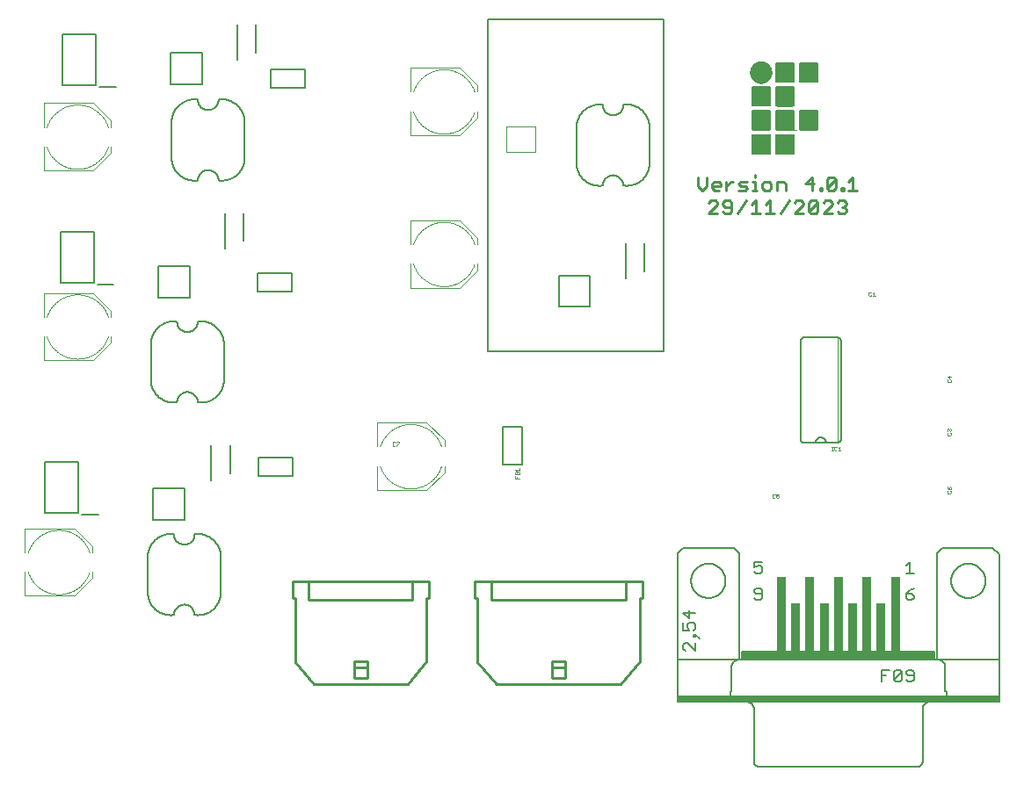
<source format=gbr>
G04 EAGLE Gerber RS-274X export*
G75*
%MOMM*%
%FSLAX34Y34*%
%LPD*%
%INSilkscreen Top*%
%IPPOS*%
%AMOC8*
5,1,8,0,0,1.08239X$1,22.5*%
G01*
%ADD10C,0.228600*%
%ADD11R,1.600000X0.020000*%
%ADD12R,1.720000X0.020000*%
%ADD13R,1.780000X0.020000*%
%ADD14R,1.820000X0.020000*%
%ADD15R,1.840000X0.020000*%
%ADD16R,1.860000X0.020000*%
%ADD17R,1.880000X0.020000*%
%ADD18R,1.900000X0.020000*%
%ADD19R,1.920000X0.020000*%
%ADD20R,1.800000X0.020000*%
%ADD21R,1.760000X0.020000*%
%ADD22R,1.680000X0.020000*%
%ADD23R,1.660000X0.020000*%
%ADD24R,1.740000X0.020000*%
%ADD25R,1.620000X0.020000*%
%ADD26R,1.560000X0.020000*%
%ADD27R,1.700000X0.020000*%
%ADD28R,0.260000X0.020000*%
%ADD29R,0.480000X0.020000*%
%ADD30R,0.620000X0.020000*%
%ADD31R,0.740000X0.020000*%
%ADD32R,0.840000X0.020000*%
%ADD33R,0.920000X0.020000*%
%ADD34R,1.000000X0.020000*%
%ADD35R,1.080000X0.020000*%
%ADD36R,1.140000X0.020000*%
%ADD37R,1.200000X0.020000*%
%ADD38R,1.260000X0.020000*%
%ADD39R,1.320000X0.020000*%
%ADD40R,1.360000X0.020000*%
%ADD41R,1.400000X0.020000*%
%ADD42R,1.440000X0.020000*%
%ADD43R,1.480000X0.020000*%
%ADD44R,1.520000X0.020000*%
%ADD45R,1.640000X0.020000*%
%ADD46R,1.960000X0.020000*%
%ADD47R,2.000000X0.020000*%
%ADD48R,2.040000X0.020000*%
%ADD49R,2.060000X0.020000*%
%ADD50R,2.080000X0.020000*%
%ADD51R,2.100000X0.020000*%
%ADD52R,2.120000X0.020000*%
%ADD53R,1.940000X0.020000*%
%ADD54R,1.580000X0.020000*%
%ADD55R,1.540000X0.020000*%
%ADD56R,1.500000X0.020000*%
%ADD57R,1.460000X0.020000*%
%ADD58R,1.420000X0.020000*%
%ADD59R,1.280000X0.020000*%
%ADD60R,1.220000X0.020000*%
%ADD61R,1.160000X0.020000*%
%ADD62R,1.040000X0.020000*%
%ADD63R,0.960000X0.020000*%
%ADD64R,0.880000X0.020000*%
%ADD65R,0.760000X0.020000*%
%ADD66R,0.660000X0.020000*%
%ADD67R,0.520000X0.020000*%
%ADD68R,0.320000X0.020000*%
%ADD69C,0.152400*%
%ADD70C,0.050800*%
%ADD71C,0.025400*%
%ADD72C,0.127000*%
%ADD73R,18.542000X0.762000*%
%ADD74R,30.988000X0.508000*%
%ADD75R,0.812800X7.239000*%
%ADD76R,0.812800X4.699000*%
%ADD77C,0.254000*%
%ADD78C,0.101600*%
%ADD79C,0.200000*%
%ADD80C,0.076200*%


D10*
X694635Y499170D02*
X694635Y490687D01*
X698876Y486445D01*
X703118Y490687D01*
X703118Y499170D01*
X710567Y486445D02*
X714809Y486445D01*
X710567Y486445D02*
X708447Y488566D01*
X708447Y492808D01*
X710567Y494928D01*
X714809Y494928D01*
X716930Y492808D01*
X716930Y490687D01*
X708447Y490687D01*
X722258Y486445D02*
X722258Y494928D01*
X722258Y490687D02*
X726500Y494928D01*
X728621Y494928D01*
X733768Y486445D02*
X740131Y486445D01*
X742251Y488566D01*
X740131Y490687D01*
X735889Y490687D01*
X733768Y492808D01*
X735889Y494928D01*
X742251Y494928D01*
X747580Y494928D02*
X749701Y494928D01*
X749701Y486445D01*
X747580Y486445D02*
X751822Y486445D01*
X749701Y499170D02*
X749701Y501291D01*
X758909Y486445D02*
X763150Y486445D01*
X765271Y488566D01*
X765271Y492808D01*
X763150Y494928D01*
X758909Y494928D01*
X756788Y492808D01*
X756788Y488566D01*
X758909Y486445D01*
X770600Y486445D02*
X770600Y494928D01*
X776962Y494928D01*
X779083Y492808D01*
X779083Y486445D01*
X804586Y486445D02*
X804586Y499170D01*
X798223Y492808D01*
X806706Y492808D01*
X812035Y488566D02*
X812035Y486445D01*
X812035Y488566D02*
X814156Y488566D01*
X814156Y486445D01*
X812035Y486445D01*
X818941Y488566D02*
X818941Y497049D01*
X821062Y499170D01*
X825303Y499170D01*
X827424Y497049D01*
X827424Y488566D01*
X825303Y486445D01*
X821062Y486445D01*
X818941Y488566D01*
X827424Y497049D01*
X832753Y488566D02*
X832753Y486445D01*
X832753Y488566D02*
X834873Y488566D01*
X834873Y486445D01*
X832753Y486445D01*
X839658Y494928D02*
X843900Y499170D01*
X843900Y486445D01*
X839658Y486445D02*
X848142Y486445D01*
X713477Y463945D02*
X704994Y463945D01*
X713477Y472428D01*
X713477Y474549D01*
X711356Y476670D01*
X707114Y476670D01*
X704994Y474549D01*
X718805Y466066D02*
X720926Y463945D01*
X725168Y463945D01*
X727289Y466066D01*
X727289Y474549D01*
X725168Y476670D01*
X720926Y476670D01*
X718805Y474549D01*
X718805Y472428D01*
X720926Y470308D01*
X727289Y470308D01*
X732617Y463945D02*
X741100Y476670D01*
X746429Y472428D02*
X750671Y476670D01*
X750671Y463945D01*
X754912Y463945D02*
X746429Y463945D01*
X760241Y472428D02*
X764482Y476670D01*
X764482Y463945D01*
X760241Y463945D02*
X768724Y463945D01*
X774052Y463945D02*
X782536Y476670D01*
X787864Y463945D02*
X796348Y463945D01*
X796348Y472428D02*
X787864Y463945D01*
X796348Y472428D02*
X796348Y474549D01*
X794227Y476670D01*
X789985Y476670D01*
X787864Y474549D01*
X801676Y474549D02*
X801676Y466066D01*
X801676Y474549D02*
X803797Y476670D01*
X808038Y476670D01*
X810159Y474549D01*
X810159Y466066D01*
X808038Y463945D01*
X803797Y463945D01*
X801676Y466066D01*
X810159Y474549D01*
X815488Y463945D02*
X823971Y463945D01*
X815488Y463945D02*
X823971Y472428D01*
X823971Y474549D01*
X821850Y476670D01*
X817609Y476670D01*
X815488Y474549D01*
X829300Y474549D02*
X831420Y476670D01*
X835662Y476670D01*
X837783Y474549D01*
X837783Y472428D01*
X835662Y470308D01*
X833541Y470308D01*
X835662Y470308D02*
X837783Y468187D01*
X837783Y466066D01*
X835662Y463945D01*
X831420Y463945D01*
X829300Y466066D01*
D11*
X755387Y520700D03*
X778587Y520700D03*
D12*
X755387Y520900D03*
X778587Y520900D03*
D13*
X755487Y521100D03*
X778487Y521100D03*
D14*
X755487Y521300D03*
X778487Y521300D03*
D15*
X755387Y521500D03*
D16*
X778487Y521500D03*
D17*
X755387Y521700D03*
X778587Y521700D03*
X755387Y521900D03*
D18*
X778487Y521900D03*
D19*
X755387Y522100D03*
D18*
X778487Y522100D03*
D19*
X755387Y522300D03*
D18*
X778487Y522300D03*
D19*
X755387Y522500D03*
X778587Y522500D03*
X755387Y522700D03*
X778587Y522700D03*
X755387Y522900D03*
X778587Y522900D03*
X755387Y523100D03*
X778587Y523100D03*
X755387Y523300D03*
X778587Y523300D03*
X755387Y523500D03*
X778587Y523500D03*
X755387Y523700D03*
X778587Y523700D03*
X755387Y523900D03*
X778587Y523900D03*
X755387Y524100D03*
X778587Y524100D03*
X755387Y524300D03*
X778587Y524300D03*
X755387Y524500D03*
X778587Y524500D03*
X755387Y524700D03*
X778587Y524700D03*
X755387Y524900D03*
X778587Y524900D03*
X755387Y525100D03*
X778587Y525100D03*
X755387Y525300D03*
X778587Y525300D03*
X755387Y525500D03*
X778587Y525500D03*
X755387Y525700D03*
X778587Y525700D03*
X755387Y525900D03*
X778587Y525900D03*
X755387Y526100D03*
X778587Y526100D03*
X755387Y526300D03*
X778587Y526300D03*
X755387Y526500D03*
X778587Y526500D03*
X755387Y526700D03*
X778587Y526700D03*
X755387Y526900D03*
X778587Y526900D03*
X755387Y527100D03*
X778587Y527100D03*
X755387Y527300D03*
X778587Y527300D03*
X755387Y527500D03*
X778587Y527500D03*
X755387Y527700D03*
X778587Y527700D03*
X755387Y527900D03*
X778587Y527900D03*
X755387Y528100D03*
X778587Y528100D03*
X755387Y528300D03*
X778587Y528300D03*
X755387Y528500D03*
X778587Y528500D03*
X755387Y528700D03*
X778587Y528700D03*
X755387Y528900D03*
X778587Y528900D03*
X755387Y529100D03*
X778587Y529100D03*
X755387Y529300D03*
X778587Y529300D03*
X755387Y529500D03*
X778587Y529500D03*
X755387Y529700D03*
X778587Y529700D03*
X755387Y529900D03*
X778587Y529900D03*
X755387Y530100D03*
X778587Y530100D03*
X755387Y530300D03*
X778587Y530300D03*
X755387Y530500D03*
X778587Y530500D03*
X755387Y530700D03*
X778587Y530700D03*
X755387Y530900D03*
X778587Y530900D03*
X755387Y531100D03*
X778587Y531100D03*
X755387Y531300D03*
X778587Y531300D03*
X755387Y531500D03*
X778587Y531500D03*
X755387Y531700D03*
X778587Y531700D03*
X755387Y531900D03*
X778587Y531900D03*
X755387Y532100D03*
X778587Y532100D03*
X755387Y532300D03*
X778587Y532300D03*
X755387Y532500D03*
X778587Y532500D03*
X755387Y532700D03*
X778587Y532700D03*
X755387Y532900D03*
X778587Y532900D03*
X755387Y533100D03*
X778587Y533100D03*
X755387Y533300D03*
X778587Y533300D03*
X755387Y533500D03*
X778587Y533500D03*
X755387Y533700D03*
X778587Y533700D03*
X755387Y533900D03*
X778587Y533900D03*
X755387Y534100D03*
X778587Y534100D03*
X755387Y534300D03*
X778587Y534300D03*
X755387Y534500D03*
X778587Y534500D03*
X755387Y534700D03*
X778587Y534700D03*
X755387Y534900D03*
X778587Y534900D03*
X755387Y535100D03*
X778587Y535100D03*
X755387Y535300D03*
X778587Y535300D03*
X755387Y535500D03*
X778587Y535500D03*
X755387Y535700D03*
X778587Y535700D03*
X755387Y535900D03*
X778587Y535900D03*
X755387Y536100D03*
X778587Y536100D03*
X755387Y536300D03*
X778587Y536300D03*
X755387Y536500D03*
X778587Y536500D03*
X755387Y536700D03*
X778587Y536700D03*
X755387Y536900D03*
X778587Y536900D03*
X755387Y537100D03*
X778587Y537100D03*
X755387Y537300D03*
X778587Y537300D03*
X755387Y537500D03*
X778587Y537500D03*
X755387Y537700D03*
X778587Y537700D03*
X755387Y537900D03*
X778587Y537900D03*
X755387Y538100D03*
X778587Y538100D03*
X755387Y538300D03*
D18*
X778487Y538300D03*
X755487Y538500D03*
X778487Y538500D03*
D17*
X755387Y538700D03*
X778587Y538700D03*
X755387Y538900D03*
D16*
X778487Y538900D03*
D15*
X755387Y539100D03*
X778587Y539100D03*
D20*
X755387Y539300D03*
X778587Y539300D03*
D21*
X755387Y539500D03*
X778587Y539500D03*
D22*
X755387Y539700D03*
X778587Y539700D03*
D23*
X755487Y543900D03*
X778487Y543900D03*
X801487Y543900D03*
D21*
X755387Y544100D03*
D24*
X778487Y544100D03*
X801487Y544100D03*
D20*
X755387Y544300D03*
X778587Y544300D03*
X801387Y544300D03*
D15*
X755387Y544500D03*
X778587Y544500D03*
X801387Y544500D03*
D16*
X755487Y544700D03*
X778487Y544700D03*
X801487Y544700D03*
D17*
X755387Y544900D03*
X778587Y544900D03*
X801387Y544900D03*
D18*
X755487Y545100D03*
X778487Y545100D03*
X801487Y545100D03*
D19*
X755387Y545300D03*
D18*
X778487Y545300D03*
X801487Y545300D03*
D19*
X755387Y545500D03*
X778587Y545500D03*
X801387Y545500D03*
X755387Y545700D03*
X778587Y545700D03*
X801387Y545700D03*
X755387Y545900D03*
X778587Y545900D03*
X801387Y545900D03*
X755387Y546100D03*
X778587Y546100D03*
X801387Y546100D03*
X755387Y546300D03*
X778587Y546300D03*
X801387Y546300D03*
X755387Y546500D03*
X778587Y546500D03*
X801387Y546500D03*
X755387Y546700D03*
X778587Y546700D03*
X801387Y546700D03*
X755387Y546900D03*
X778587Y546900D03*
X801387Y546900D03*
X755387Y547100D03*
X778587Y547100D03*
X801387Y547100D03*
X755387Y547300D03*
X778587Y547300D03*
X801387Y547300D03*
X755387Y547500D03*
X778587Y547500D03*
X801387Y547500D03*
X755387Y547700D03*
X778587Y547700D03*
X801387Y547700D03*
X755387Y547900D03*
X778587Y547900D03*
X801387Y547900D03*
X755387Y548100D03*
X778587Y548100D03*
X801387Y548100D03*
X755387Y548300D03*
X778587Y548300D03*
X801387Y548300D03*
X755387Y548500D03*
X778587Y548500D03*
X801387Y548500D03*
X755387Y548700D03*
X778587Y548700D03*
X801387Y548700D03*
X755387Y548900D03*
X778587Y548900D03*
X801387Y548900D03*
X755387Y549100D03*
X778587Y549100D03*
X801387Y549100D03*
X755387Y549300D03*
X778587Y549300D03*
X801387Y549300D03*
X755387Y549500D03*
X778587Y549500D03*
X801387Y549500D03*
X755387Y549700D03*
X778587Y549700D03*
X801387Y549700D03*
X755387Y549900D03*
X778587Y549900D03*
X755387Y550100D03*
X778587Y550100D03*
X801387Y550100D03*
X755387Y550300D03*
X778587Y550300D03*
X801387Y550300D03*
X755387Y550500D03*
X778587Y550500D03*
X801387Y550500D03*
X755387Y550700D03*
X778587Y550700D03*
X801387Y550700D03*
X755387Y550900D03*
X778587Y550900D03*
X801387Y550900D03*
X755387Y551100D03*
X778587Y551100D03*
X801387Y551100D03*
X755387Y551300D03*
X778587Y551300D03*
X801387Y551300D03*
X755387Y551500D03*
X778587Y551500D03*
X801387Y551500D03*
X755387Y551700D03*
X778587Y551700D03*
X801387Y551700D03*
X755387Y551900D03*
X778587Y551900D03*
X801387Y551900D03*
X755387Y552100D03*
X778587Y552100D03*
X801387Y552100D03*
X755387Y552300D03*
X778587Y552300D03*
X801387Y552300D03*
X755387Y552500D03*
X778587Y552500D03*
X801387Y552500D03*
X755387Y552700D03*
X778587Y552700D03*
X801387Y552700D03*
X755387Y552900D03*
X778587Y552900D03*
X801387Y552900D03*
X755387Y553100D03*
X778587Y553100D03*
X801387Y553100D03*
X755387Y553300D03*
X778587Y553300D03*
X801387Y553300D03*
X755387Y553500D03*
X778587Y553500D03*
X801387Y553500D03*
X755387Y553700D03*
X778587Y553700D03*
X801387Y553700D03*
X755387Y553900D03*
X778587Y553900D03*
X801387Y553900D03*
X755387Y554100D03*
X778587Y554100D03*
X801387Y554100D03*
X755387Y554300D03*
X778587Y554300D03*
X801387Y554300D03*
X755387Y554500D03*
X778587Y554500D03*
X801387Y554500D03*
X755387Y554700D03*
X778587Y554700D03*
X801387Y554700D03*
X755387Y554900D03*
X778587Y554900D03*
X801387Y554900D03*
X755387Y555100D03*
X801387Y555100D03*
X755387Y555300D03*
X778587Y555300D03*
X801387Y555300D03*
X755387Y555500D03*
X778587Y555500D03*
X801387Y555500D03*
X755387Y555700D03*
X778587Y555700D03*
X801387Y555700D03*
X755387Y555900D03*
X778587Y555900D03*
X801387Y555900D03*
X755387Y556100D03*
X778587Y556100D03*
X801387Y556100D03*
X755387Y556300D03*
X778587Y556300D03*
X801387Y556300D03*
X755387Y556500D03*
X778587Y556500D03*
X801387Y556500D03*
X755387Y556700D03*
X778587Y556700D03*
X801387Y556700D03*
X755387Y556900D03*
X778587Y556900D03*
X801387Y556900D03*
X755387Y557100D03*
X778587Y557100D03*
X801387Y557100D03*
X755387Y557300D03*
X778587Y557300D03*
X801387Y557300D03*
X755387Y557500D03*
X778587Y557500D03*
X801387Y557500D03*
X755387Y557700D03*
X778587Y557700D03*
X801387Y557700D03*
X755387Y557900D03*
X778587Y557900D03*
X801387Y557900D03*
X755387Y558100D03*
X778587Y558100D03*
X801387Y558100D03*
X755387Y558300D03*
X778587Y558300D03*
X801387Y558300D03*
X755387Y558500D03*
X778587Y558500D03*
X801387Y558500D03*
X755387Y558700D03*
X778587Y558700D03*
X801387Y558700D03*
X755387Y558900D03*
X778587Y558900D03*
X801387Y558900D03*
X755387Y559100D03*
X778587Y559100D03*
X801387Y559100D03*
X755387Y559300D03*
X778587Y559300D03*
X801387Y559300D03*
X755387Y559500D03*
X778587Y559500D03*
X801387Y559500D03*
X755387Y559700D03*
X778587Y559700D03*
X801387Y559700D03*
X755387Y559900D03*
X778587Y559900D03*
X801387Y559900D03*
X755387Y560100D03*
X778587Y560100D03*
X801387Y560100D03*
X755387Y560300D03*
X778587Y560300D03*
X801387Y560300D03*
X755387Y560500D03*
X778587Y560500D03*
X801387Y560500D03*
X755387Y560700D03*
X778587Y560700D03*
X801387Y560700D03*
X755387Y560900D03*
X778587Y560900D03*
X801387Y560900D03*
X755387Y561100D03*
X778587Y561100D03*
X801387Y561100D03*
X755387Y561300D03*
D18*
X801487Y561300D03*
D19*
X755387Y561500D03*
D18*
X778487Y561500D03*
X801487Y561500D03*
D17*
X755387Y561700D03*
D18*
X778487Y561700D03*
X801487Y561700D03*
D17*
X755387Y561900D03*
X778587Y561900D03*
X801387Y561900D03*
D15*
X755387Y562100D03*
D16*
X778487Y562100D03*
X801487Y562100D03*
D15*
X755387Y562300D03*
D14*
X778487Y562300D03*
X801487Y562300D03*
D20*
X755387Y562500D03*
D13*
X778487Y562500D03*
X801487Y562500D03*
D12*
X755387Y562700D03*
D24*
X778487Y562700D03*
X801487Y562700D03*
D25*
X755487Y562900D03*
X778487Y562900D03*
X801487Y562900D03*
D26*
X778587Y566900D03*
D12*
X755387Y567100D03*
D27*
X778487Y567100D03*
D21*
X755387Y567300D03*
D13*
X778487Y567300D03*
D20*
X755387Y567500D03*
D14*
X778487Y567500D03*
D15*
X755387Y567700D03*
D16*
X778487Y567700D03*
D17*
X755387Y567900D03*
D16*
X778487Y567900D03*
D17*
X755387Y568100D03*
D18*
X778487Y568100D03*
X755487Y568300D03*
X778487Y568300D03*
D19*
X755387Y568500D03*
D18*
X778487Y568500D03*
D19*
X755387Y568700D03*
X778587Y568700D03*
X755387Y568900D03*
X778587Y568900D03*
X755387Y569100D03*
X778587Y569100D03*
X755387Y569300D03*
X778587Y569300D03*
X755387Y569500D03*
X778587Y569500D03*
X755387Y569700D03*
X778587Y569700D03*
X755387Y569900D03*
X778587Y569900D03*
X755387Y570100D03*
X778587Y570100D03*
X755387Y570300D03*
X778587Y570300D03*
X755387Y570500D03*
X778587Y570500D03*
X755387Y570700D03*
X778587Y570700D03*
X755387Y570900D03*
X778587Y570900D03*
X755387Y571100D03*
X778587Y571100D03*
X755387Y571300D03*
X780873Y543868D03*
X755387Y571500D03*
X778587Y571500D03*
X755387Y571700D03*
X778587Y571700D03*
X755387Y571900D03*
X778587Y571900D03*
X755387Y572100D03*
X778587Y572100D03*
X755387Y572300D03*
X778587Y572300D03*
X755387Y572500D03*
X778587Y572500D03*
X755387Y572700D03*
X778587Y572700D03*
X755387Y572900D03*
X778587Y572900D03*
X755387Y573100D03*
X778587Y573100D03*
X755387Y573300D03*
X778587Y573300D03*
X755387Y573500D03*
X778587Y573500D03*
X755387Y573700D03*
X778587Y573700D03*
X755387Y573900D03*
X778587Y573900D03*
X755387Y574100D03*
X778587Y574100D03*
X755387Y574300D03*
X778587Y574300D03*
X755387Y574500D03*
X778587Y574500D03*
X755387Y574700D03*
X778587Y574700D03*
X755387Y574900D03*
X778587Y574900D03*
X755387Y575100D03*
X778587Y575100D03*
X755387Y575300D03*
X778587Y575300D03*
X755387Y575500D03*
X778587Y575500D03*
X755387Y575700D03*
X778587Y575700D03*
X755387Y575900D03*
X778587Y575900D03*
X755387Y576100D03*
X778587Y576100D03*
X755387Y576300D03*
X778587Y576300D03*
X755387Y576500D03*
X778587Y576500D03*
X755387Y576700D03*
X778587Y576700D03*
X755387Y576900D03*
X778587Y576900D03*
X755387Y577100D03*
X778587Y577100D03*
X755387Y577300D03*
X778587Y577300D03*
X755387Y577500D03*
X778587Y577500D03*
X755387Y577700D03*
X778587Y577700D03*
X755387Y577900D03*
X778587Y577900D03*
X755387Y578100D03*
X778587Y578100D03*
X755387Y578300D03*
X778587Y578300D03*
X755387Y578500D03*
X778587Y578500D03*
X755387Y578700D03*
X778587Y578700D03*
X755387Y578900D03*
X778587Y578900D03*
X755387Y579100D03*
X778587Y579100D03*
X755387Y579300D03*
X778587Y579300D03*
X755387Y579500D03*
X778587Y579500D03*
X755387Y579700D03*
X778587Y579700D03*
X755387Y579900D03*
X778587Y579900D03*
X755387Y580100D03*
X778587Y580100D03*
X755387Y580300D03*
X778587Y580300D03*
X755387Y580500D03*
X778587Y580500D03*
X755387Y580700D03*
X778587Y580700D03*
X755387Y580900D03*
X778587Y580900D03*
X755387Y581100D03*
X778587Y581100D03*
X755387Y581300D03*
X778587Y581300D03*
X755387Y581500D03*
X778587Y581500D03*
X755387Y581700D03*
X778587Y581700D03*
X755387Y581900D03*
X778587Y581900D03*
X755387Y582100D03*
X778587Y582100D03*
X755387Y582300D03*
X755387Y582500D03*
X778587Y582500D03*
X755387Y582700D03*
X778587Y582700D03*
X755387Y582900D03*
X778587Y582900D03*
X755387Y583100D03*
X778587Y583100D03*
X755387Y583300D03*
X778587Y583300D03*
X755387Y583500D03*
X778587Y583500D03*
X755387Y583700D03*
X778587Y583700D03*
X755387Y583900D03*
X778587Y583900D03*
X755387Y584100D03*
X778587Y584100D03*
X755387Y584300D03*
X778587Y584300D03*
X755387Y584500D03*
D18*
X778487Y584500D03*
X755487Y584700D03*
X778487Y584700D03*
D17*
X755387Y584900D03*
D18*
X778487Y584900D03*
D17*
X755387Y585100D03*
D16*
X778487Y585100D03*
D15*
X755387Y585300D03*
X778587Y585300D03*
D20*
X755387Y585500D03*
D14*
X778487Y585500D03*
D21*
X755387Y585700D03*
X778587Y585700D03*
D22*
X755387Y585900D03*
D27*
X778487Y585900D03*
D28*
X755487Y588900D03*
D29*
X755387Y589100D03*
D30*
X755487Y589300D03*
D31*
X755487Y589500D03*
D32*
X755387Y589700D03*
D33*
X755387Y589900D03*
D25*
X778487Y589900D03*
X801487Y589900D03*
D34*
X755387Y590100D03*
D24*
X778487Y590100D03*
X801487Y590100D03*
D35*
X755387Y590300D03*
D13*
X778487Y590300D03*
X801487Y590300D03*
D36*
X755487Y590500D03*
D14*
X778487Y590500D03*
X801487Y590500D03*
D37*
X755387Y590700D03*
D16*
X778487Y590700D03*
X801487Y590700D03*
D38*
X755487Y590900D03*
D17*
X778587Y590900D03*
X801387Y590900D03*
D39*
X755387Y591100D03*
D18*
X778487Y591100D03*
X801487Y591100D03*
D40*
X755387Y591300D03*
D18*
X778487Y591300D03*
X801487Y591300D03*
D41*
X755387Y591500D03*
D19*
X778587Y591500D03*
D18*
X801487Y591500D03*
D42*
X755387Y591700D03*
D19*
X778587Y591700D03*
X801387Y591700D03*
D43*
X755387Y591900D03*
D19*
X778587Y591900D03*
X801387Y591900D03*
D44*
X755387Y592100D03*
D19*
X778587Y592100D03*
X801387Y592100D03*
D26*
X755387Y592300D03*
D19*
X778587Y592300D03*
X801387Y592300D03*
D11*
X755387Y592500D03*
D19*
X778587Y592500D03*
X801387Y592500D03*
D45*
X755387Y592700D03*
D19*
X778587Y592700D03*
X801387Y592700D03*
D22*
X755387Y592900D03*
D19*
X778587Y592900D03*
X801387Y592900D03*
D27*
X755487Y593100D03*
D19*
X778587Y593100D03*
X801387Y593100D03*
D12*
X755387Y593300D03*
D19*
X778587Y593300D03*
X801387Y593300D03*
D21*
X755387Y593500D03*
D19*
X778587Y593500D03*
X801387Y593500D03*
D13*
X755487Y593700D03*
D19*
X778587Y593700D03*
X801387Y593700D03*
D20*
X755387Y593900D03*
D19*
X778587Y593900D03*
X801387Y593900D03*
D15*
X755387Y594100D03*
D19*
X778587Y594100D03*
X801387Y594100D03*
D15*
X755387Y594300D03*
D19*
X778587Y594300D03*
X801387Y594300D03*
D17*
X755387Y594500D03*
D19*
X778587Y594500D03*
X801387Y594500D03*
D18*
X755487Y594700D03*
D19*
X778587Y594700D03*
X801387Y594700D03*
X755387Y594900D03*
X778587Y594900D03*
X801387Y594900D03*
X755387Y595100D03*
X778587Y595100D03*
X801387Y595100D03*
D46*
X755387Y595300D03*
D19*
X778587Y595300D03*
X801387Y595300D03*
D46*
X755387Y595500D03*
D19*
X778587Y595500D03*
X801387Y595500D03*
D47*
X755387Y595700D03*
D19*
X778587Y595700D03*
X801387Y595700D03*
D47*
X755387Y595900D03*
D19*
X778587Y595900D03*
X801387Y595900D03*
D47*
X755387Y596100D03*
D19*
X778587Y596100D03*
X801387Y596100D03*
D48*
X755387Y596300D03*
D19*
X778587Y596300D03*
X801387Y596300D03*
D48*
X755387Y596500D03*
D19*
X778587Y596500D03*
X801387Y596500D03*
D48*
X755387Y596700D03*
D19*
X778587Y596700D03*
X801387Y596700D03*
D49*
X755487Y596900D03*
D19*
X778587Y596900D03*
X801387Y596900D03*
D50*
X755387Y597100D03*
D19*
X778587Y597100D03*
X801387Y597100D03*
D50*
X755387Y597300D03*
D19*
X778587Y597300D03*
X801387Y597300D03*
D50*
X755387Y597500D03*
D19*
X778587Y597500D03*
X801387Y597500D03*
D50*
X755387Y597700D03*
D19*
X778587Y597700D03*
X801387Y597700D03*
D51*
X755487Y597900D03*
D19*
X778587Y597900D03*
X801387Y597900D03*
D52*
X755387Y598100D03*
D19*
X778587Y598100D03*
X801387Y598100D03*
D52*
X755387Y598300D03*
D19*
X778587Y598300D03*
X801387Y598300D03*
D52*
X755387Y598500D03*
D19*
X778587Y598500D03*
X801387Y598500D03*
D52*
X755387Y598700D03*
D19*
X778587Y598700D03*
X801387Y598700D03*
D52*
X755387Y598900D03*
D19*
X778587Y598900D03*
X801387Y598900D03*
D52*
X755387Y599100D03*
D19*
X778587Y599100D03*
X801387Y599100D03*
D52*
X755387Y599300D03*
D19*
X778587Y599300D03*
X801387Y599300D03*
D52*
X755387Y599500D03*
D19*
X778587Y599500D03*
X801387Y599500D03*
D52*
X755387Y599700D03*
D19*
X778587Y599700D03*
X801387Y599700D03*
D52*
X755387Y599900D03*
D19*
X778587Y599900D03*
X801387Y599900D03*
D52*
X755387Y600100D03*
D19*
X778587Y600100D03*
X801387Y600100D03*
D52*
X755387Y600300D03*
D19*
X778587Y600300D03*
X801387Y600300D03*
D52*
X755387Y600500D03*
D19*
X778587Y600500D03*
X801387Y600500D03*
D52*
X755387Y600700D03*
D19*
X778587Y600700D03*
X801387Y600700D03*
D51*
X755487Y600900D03*
D19*
X778587Y600900D03*
X801387Y600900D03*
D50*
X755387Y601100D03*
D19*
X778587Y601100D03*
X801387Y601100D03*
D50*
X755387Y601300D03*
D19*
X778587Y601300D03*
X801387Y601300D03*
D50*
X755387Y601500D03*
D19*
X778587Y601500D03*
X801387Y601500D03*
D50*
X755387Y601700D03*
D19*
X778587Y601700D03*
X801387Y601700D03*
D49*
X755487Y601900D03*
D19*
X778587Y601900D03*
X801387Y601900D03*
D48*
X755387Y602100D03*
D19*
X778587Y602100D03*
X801387Y602100D03*
D48*
X755387Y602300D03*
D19*
X778587Y602300D03*
X801387Y602300D03*
D48*
X755387Y602500D03*
D19*
X778587Y602500D03*
X801387Y602500D03*
D47*
X755387Y602700D03*
D19*
X778587Y602700D03*
X801387Y602700D03*
D47*
X755387Y602900D03*
D19*
X778587Y602900D03*
X801387Y602900D03*
X778587Y603100D03*
X801387Y603100D03*
D46*
X755387Y603300D03*
D19*
X778587Y603300D03*
X801387Y603300D03*
D46*
X755387Y603500D03*
D19*
X778587Y603500D03*
X801387Y603500D03*
D53*
X755487Y603700D03*
D19*
X778587Y603700D03*
X801387Y603700D03*
X755387Y603900D03*
X778587Y603900D03*
X801387Y603900D03*
D18*
X755487Y604100D03*
D19*
X778587Y604100D03*
X801387Y604100D03*
D17*
X755387Y604300D03*
D19*
X778587Y604300D03*
X801387Y604300D03*
D16*
X755487Y604500D03*
D19*
X778587Y604500D03*
X801387Y604500D03*
D15*
X755387Y604700D03*
D19*
X778587Y604700D03*
X801387Y604700D03*
D20*
X755387Y604900D03*
D19*
X778587Y604900D03*
X801387Y604900D03*
D20*
X755387Y605100D03*
D19*
X778587Y605100D03*
X801387Y605100D03*
D21*
X755387Y605300D03*
D19*
X778587Y605300D03*
X801387Y605300D03*
D24*
X755487Y605500D03*
D19*
X778587Y605500D03*
X801387Y605500D03*
D12*
X755387Y605700D03*
D19*
X778587Y605700D03*
X801387Y605700D03*
D22*
X755387Y605900D03*
D19*
X778587Y605900D03*
X801387Y605900D03*
D45*
X755387Y606100D03*
D19*
X778587Y606100D03*
X801387Y606100D03*
D11*
X755387Y606300D03*
D19*
X778587Y606300D03*
X801387Y606300D03*
D54*
X755487Y606500D03*
D19*
X778587Y606500D03*
X801387Y606500D03*
D55*
X755487Y606700D03*
D19*
X778587Y606700D03*
X801387Y606700D03*
D56*
X755487Y606900D03*
D19*
X778587Y606900D03*
X801387Y606900D03*
D57*
X755487Y607100D03*
D19*
X778587Y607100D03*
X801387Y607100D03*
D58*
X755487Y607300D03*
D19*
X778587Y607300D03*
D18*
X801487Y607300D03*
D40*
X755387Y607500D03*
D18*
X778487Y607500D03*
X801487Y607500D03*
D39*
X755387Y607700D03*
D18*
X778487Y607700D03*
X801487Y607700D03*
D59*
X755387Y607900D03*
D17*
X778587Y607900D03*
X801387Y607900D03*
D60*
X755487Y608100D03*
D16*
X778487Y608100D03*
X801487Y608100D03*
D61*
X755387Y608300D03*
D15*
X778587Y608300D03*
D14*
X801487Y608300D03*
D35*
X755387Y608500D03*
D20*
X778587Y608500D03*
X801387Y608500D03*
D62*
X755387Y608700D03*
D24*
X778487Y608700D03*
X801487Y608700D03*
D63*
X755387Y608900D03*
D23*
X778487Y608900D03*
X801487Y608900D03*
D64*
X755387Y609100D03*
D65*
X755387Y609300D03*
D66*
X755487Y609500D03*
D67*
X755387Y609700D03*
D68*
X755387Y609900D03*
D19*
X778587Y582300D03*
D47*
X755387Y603100D03*
D69*
X793442Y340990D02*
X793442Y247010D01*
X832558Y340990D02*
X832556Y341112D01*
X832550Y341234D01*
X832540Y341356D01*
X832527Y341477D01*
X832509Y341598D01*
X832488Y341718D01*
X832462Y341838D01*
X832433Y341956D01*
X832401Y342074D01*
X832364Y342191D01*
X832324Y342306D01*
X832280Y342420D01*
X832232Y342532D01*
X832181Y342643D01*
X832126Y342752D01*
X832068Y342860D01*
X832006Y342965D01*
X831941Y343068D01*
X831873Y343170D01*
X831801Y343269D01*
X831727Y343365D01*
X831649Y343460D01*
X831568Y343551D01*
X831485Y343641D01*
X831399Y343727D01*
X831309Y343810D01*
X831218Y343891D01*
X831123Y343969D01*
X831027Y344043D01*
X830928Y344115D01*
X830826Y344183D01*
X830723Y344248D01*
X830618Y344310D01*
X830510Y344368D01*
X830401Y344423D01*
X830290Y344474D01*
X830178Y344522D01*
X830064Y344566D01*
X829949Y344606D01*
X829832Y344643D01*
X829714Y344675D01*
X829596Y344704D01*
X829476Y344730D01*
X829356Y344751D01*
X829235Y344769D01*
X829114Y344782D01*
X828992Y344792D01*
X828870Y344798D01*
X828748Y344800D01*
X793442Y247010D02*
X793444Y246888D01*
X793450Y246766D01*
X793460Y246644D01*
X793473Y246523D01*
X793491Y246402D01*
X793512Y246282D01*
X793538Y246162D01*
X793567Y246044D01*
X793599Y245926D01*
X793636Y245809D01*
X793676Y245694D01*
X793720Y245580D01*
X793768Y245468D01*
X793819Y245357D01*
X793874Y245248D01*
X793932Y245140D01*
X793994Y245035D01*
X794059Y244932D01*
X794127Y244830D01*
X794199Y244731D01*
X794273Y244635D01*
X794351Y244540D01*
X794432Y244449D01*
X794515Y244359D01*
X794601Y244273D01*
X794691Y244190D01*
X794782Y244109D01*
X794877Y244031D01*
X794973Y243957D01*
X795072Y243885D01*
X795174Y243817D01*
X795277Y243752D01*
X795382Y243690D01*
X795490Y243632D01*
X795599Y243577D01*
X795710Y243526D01*
X795822Y243478D01*
X795936Y243434D01*
X796051Y243394D01*
X796168Y243357D01*
X796286Y243325D01*
X796404Y243296D01*
X796524Y243270D01*
X796644Y243249D01*
X796765Y243231D01*
X796886Y243218D01*
X797008Y243208D01*
X797130Y243202D01*
X797252Y243200D01*
X793442Y340990D02*
X793444Y341112D01*
X793450Y341234D01*
X793460Y341356D01*
X793473Y341477D01*
X793491Y341598D01*
X793512Y341718D01*
X793538Y341838D01*
X793567Y341956D01*
X793599Y342074D01*
X793636Y342191D01*
X793676Y342306D01*
X793720Y342420D01*
X793768Y342532D01*
X793819Y342643D01*
X793874Y342752D01*
X793932Y342860D01*
X793994Y342965D01*
X794059Y343068D01*
X794127Y343170D01*
X794199Y343269D01*
X794273Y343365D01*
X794351Y343460D01*
X794432Y343551D01*
X794515Y343641D01*
X794601Y343727D01*
X794691Y343810D01*
X794782Y343891D01*
X794877Y343969D01*
X794973Y344043D01*
X795072Y344115D01*
X795174Y344183D01*
X795277Y344248D01*
X795382Y344310D01*
X795490Y344368D01*
X795599Y344423D01*
X795710Y344474D01*
X795822Y344522D01*
X795936Y344566D01*
X796051Y344606D01*
X796168Y344643D01*
X796286Y344675D01*
X796404Y344704D01*
X796524Y344730D01*
X796644Y344751D01*
X796765Y344769D01*
X796886Y344782D01*
X797008Y344792D01*
X797130Y344798D01*
X797252Y344800D01*
X832558Y247010D02*
X832556Y246888D01*
X832550Y246766D01*
X832540Y246644D01*
X832527Y246523D01*
X832509Y246402D01*
X832488Y246282D01*
X832462Y246162D01*
X832433Y246044D01*
X832401Y245926D01*
X832364Y245809D01*
X832324Y245694D01*
X832280Y245580D01*
X832232Y245468D01*
X832181Y245357D01*
X832126Y245248D01*
X832068Y245140D01*
X832006Y245035D01*
X831941Y244932D01*
X831873Y244830D01*
X831801Y244731D01*
X831727Y244635D01*
X831649Y244540D01*
X831568Y244449D01*
X831485Y244359D01*
X831399Y244273D01*
X831309Y244190D01*
X831218Y244109D01*
X831123Y244031D01*
X831027Y243957D01*
X830928Y243885D01*
X830826Y243817D01*
X830723Y243752D01*
X830618Y243690D01*
X830510Y243632D01*
X830401Y243577D01*
X830290Y243526D01*
X830178Y243478D01*
X830064Y243434D01*
X829949Y243394D01*
X829832Y243357D01*
X829714Y243325D01*
X829596Y243296D01*
X829476Y243270D01*
X829356Y243249D01*
X829235Y243231D01*
X829114Y243218D01*
X828992Y243208D01*
X828870Y243202D01*
X828748Y243200D01*
X832558Y247010D02*
X832558Y340990D01*
X828748Y344800D02*
X797252Y344800D01*
X797252Y243200D02*
X828748Y243200D01*
X818080Y243200D02*
X818078Y243341D01*
X818072Y243482D01*
X818062Y243623D01*
X818049Y243764D01*
X818031Y243904D01*
X818009Y244043D01*
X817984Y244182D01*
X817955Y244321D01*
X817922Y244458D01*
X817885Y244594D01*
X817844Y244729D01*
X817800Y244864D01*
X817752Y244996D01*
X817700Y245128D01*
X817645Y245258D01*
X817586Y245386D01*
X817523Y245513D01*
X817457Y245637D01*
X817388Y245760D01*
X817315Y245881D01*
X817239Y246000D01*
X817159Y246117D01*
X817076Y246231D01*
X816991Y246344D01*
X816902Y246453D01*
X816810Y246561D01*
X816715Y246665D01*
X816617Y246767D01*
X816516Y246866D01*
X816413Y246963D01*
X816307Y247056D01*
X816199Y247146D01*
X816088Y247234D01*
X815975Y247318D01*
X815859Y247399D01*
X815741Y247477D01*
X815621Y247552D01*
X815499Y247623D01*
X815375Y247691D01*
X815249Y247755D01*
X815122Y247816D01*
X814993Y247873D01*
X814862Y247926D01*
X814730Y247976D01*
X814597Y248023D01*
X814462Y248065D01*
X814326Y248104D01*
X814189Y248139D01*
X814052Y248170D01*
X813913Y248197D01*
X813774Y248221D01*
X813634Y248240D01*
X813494Y248256D01*
X813353Y248268D01*
X813212Y248276D01*
X813071Y248280D01*
X812929Y248280D01*
X812788Y248276D01*
X812647Y248268D01*
X812506Y248256D01*
X812366Y248240D01*
X812226Y248221D01*
X812087Y248197D01*
X811948Y248170D01*
X811811Y248139D01*
X811674Y248104D01*
X811538Y248065D01*
X811403Y248023D01*
X811270Y247976D01*
X811138Y247926D01*
X811007Y247873D01*
X810878Y247816D01*
X810751Y247755D01*
X810625Y247691D01*
X810501Y247623D01*
X810379Y247552D01*
X810259Y247477D01*
X810141Y247399D01*
X810025Y247318D01*
X809912Y247234D01*
X809801Y247146D01*
X809693Y247056D01*
X809587Y246963D01*
X809484Y246866D01*
X809383Y246767D01*
X809285Y246665D01*
X809190Y246561D01*
X809098Y246453D01*
X809009Y246344D01*
X808924Y246231D01*
X808841Y246117D01*
X808761Y246000D01*
X808685Y245881D01*
X808612Y245760D01*
X808543Y245637D01*
X808477Y245513D01*
X808414Y245386D01*
X808355Y245258D01*
X808300Y245128D01*
X808248Y244996D01*
X808200Y244864D01*
X808156Y244729D01*
X808115Y244594D01*
X808078Y244458D01*
X808045Y244321D01*
X808016Y244182D01*
X807991Y244043D01*
X807969Y243904D01*
X807951Y243764D01*
X807938Y243623D01*
X807928Y243482D01*
X807922Y243341D01*
X807920Y243200D01*
D70*
X829002Y243200D02*
X829002Y344800D01*
X824781Y235580D02*
X823595Y235580D01*
X824188Y235580D02*
X824188Y239139D01*
X823595Y239139D02*
X824781Y239139D01*
X827869Y239139D02*
X828463Y238546D01*
X827869Y239139D02*
X826683Y239139D01*
X826090Y238546D01*
X826090Y236173D01*
X826683Y235580D01*
X827869Y235580D01*
X828463Y236173D01*
X829832Y237953D02*
X831018Y239139D01*
X831018Y235580D01*
X829832Y235580D02*
X832205Y235580D01*
D71*
X861885Y387541D02*
X861249Y388176D01*
X859978Y388176D01*
X859343Y387541D01*
X859343Y384999D01*
X859978Y384363D01*
X861249Y384363D01*
X861885Y384999D01*
X863085Y386905D02*
X864356Y388176D01*
X864356Y384363D01*
X863085Y384363D02*
X865627Y384363D01*
X935459Y252885D02*
X934824Y252249D01*
X934824Y250978D01*
X935459Y250343D01*
X938001Y250343D01*
X938637Y250978D01*
X938637Y252249D01*
X938001Y252885D01*
X935459Y254085D02*
X934824Y254720D01*
X934824Y255992D01*
X935459Y256627D01*
X936095Y256627D01*
X936730Y255992D01*
X936730Y255356D01*
X936730Y255992D02*
X937366Y256627D01*
X938001Y256627D01*
X938637Y255992D01*
X938637Y254720D01*
X938001Y254085D01*
X934824Y303249D02*
X935459Y303885D01*
X934824Y303249D02*
X934824Y301978D01*
X935459Y301343D01*
X938001Y301343D01*
X938637Y301978D01*
X938637Y303249D01*
X938001Y303885D01*
X938637Y306992D02*
X934824Y306992D01*
X936730Y305085D01*
X936730Y307627D01*
X768969Y193005D02*
X768334Y193640D01*
X767063Y193640D01*
X766427Y193005D01*
X766427Y190463D01*
X767063Y189827D01*
X768334Y189827D01*
X768969Y190463D01*
X770169Y193640D02*
X772711Y193640D01*
X770169Y193640D02*
X770169Y191734D01*
X771440Y192369D01*
X772076Y192369D01*
X772711Y191734D01*
X772711Y190463D01*
X772076Y189827D01*
X770805Y189827D01*
X770169Y190463D01*
X934824Y196249D02*
X935459Y196885D01*
X934824Y196249D02*
X934824Y194978D01*
X935459Y194343D01*
X938001Y194343D01*
X938637Y194978D01*
X938637Y196249D01*
X938001Y196885D01*
X935459Y199356D02*
X934824Y200627D01*
X935459Y199356D02*
X936730Y198085D01*
X938001Y198085D01*
X938637Y198720D01*
X938637Y199992D01*
X938001Y200627D01*
X937366Y200627D01*
X936730Y199992D01*
X936730Y198085D01*
D69*
X906200Y-69070D02*
X903660Y-69070D01*
X906200Y-69070D02*
X906340Y-69068D01*
X906480Y-69062D01*
X906620Y-69053D01*
X906759Y-69039D01*
X906898Y-69022D01*
X907036Y-69001D01*
X907174Y-68976D01*
X907311Y-68947D01*
X907447Y-68915D01*
X907582Y-68878D01*
X907716Y-68838D01*
X907849Y-68795D01*
X907981Y-68747D01*
X908112Y-68697D01*
X908241Y-68642D01*
X908368Y-68584D01*
X908494Y-68523D01*
X908618Y-68458D01*
X908740Y-68389D01*
X908860Y-68318D01*
X908978Y-68243D01*
X909095Y-68165D01*
X909209Y-68083D01*
X909320Y-67999D01*
X909429Y-67911D01*
X909536Y-67821D01*
X909641Y-67727D01*
X909742Y-67631D01*
X909841Y-67532D01*
X909937Y-67431D01*
X910031Y-67326D01*
X910121Y-67219D01*
X910209Y-67110D01*
X910293Y-66999D01*
X910375Y-66885D01*
X910453Y-66768D01*
X910528Y-66650D01*
X910599Y-66530D01*
X910668Y-66408D01*
X910733Y-66284D01*
X910794Y-66158D01*
X910852Y-66031D01*
X910907Y-65902D01*
X910957Y-65771D01*
X911005Y-65639D01*
X911048Y-65506D01*
X911088Y-65372D01*
X911125Y-65237D01*
X911157Y-65101D01*
X911186Y-64964D01*
X911211Y-64826D01*
X911232Y-64688D01*
X911249Y-64549D01*
X911263Y-64410D01*
X911272Y-64270D01*
X911278Y-64130D01*
X911280Y-63990D01*
X753800Y-69070D02*
X753660Y-69068D01*
X753520Y-69062D01*
X753380Y-69053D01*
X753241Y-69039D01*
X753102Y-69022D01*
X752964Y-69001D01*
X752826Y-68976D01*
X752689Y-68947D01*
X752553Y-68915D01*
X752418Y-68878D01*
X752284Y-68838D01*
X752151Y-68795D01*
X752019Y-68747D01*
X751888Y-68697D01*
X751759Y-68642D01*
X751632Y-68584D01*
X751506Y-68523D01*
X751382Y-68458D01*
X751260Y-68389D01*
X751140Y-68318D01*
X751022Y-68243D01*
X750905Y-68165D01*
X750791Y-68083D01*
X750680Y-67999D01*
X750571Y-67911D01*
X750464Y-67821D01*
X750359Y-67727D01*
X750258Y-67631D01*
X750159Y-67532D01*
X750063Y-67431D01*
X749969Y-67326D01*
X749879Y-67219D01*
X749791Y-67110D01*
X749707Y-66999D01*
X749625Y-66885D01*
X749547Y-66768D01*
X749472Y-66650D01*
X749401Y-66530D01*
X749332Y-66408D01*
X749267Y-66284D01*
X749206Y-66158D01*
X749148Y-66031D01*
X749093Y-65902D01*
X749043Y-65771D01*
X748995Y-65639D01*
X748952Y-65506D01*
X748912Y-65372D01*
X748875Y-65237D01*
X748843Y-65101D01*
X748814Y-64964D01*
X748789Y-64826D01*
X748768Y-64688D01*
X748751Y-64549D01*
X748737Y-64410D01*
X748728Y-64270D01*
X748722Y-64130D01*
X748720Y-63990D01*
X934140Y33800D02*
X984940Y33800D01*
X984940Y3320D01*
X984940Y33800D02*
X984940Y35070D01*
X984940Y3320D02*
X984940Y-1760D01*
X984940Y-6840D01*
X675060Y-6840D02*
X675060Y-1760D01*
X675060Y3320D01*
X675060Y33800D01*
X675060Y35070D01*
X959540Y-1760D02*
X984940Y-1760D01*
X959540Y-1760D02*
X934140Y-1760D01*
X934140Y3320D01*
X932870Y3320D01*
X932870Y27450D02*
X932868Y27608D01*
X932862Y27767D01*
X932852Y27925D01*
X932838Y28082D01*
X932821Y28240D01*
X932799Y28396D01*
X932774Y28553D01*
X932744Y28708D01*
X932711Y28863D01*
X932674Y29017D01*
X932633Y29170D01*
X932588Y29322D01*
X932539Y29472D01*
X932487Y29622D01*
X932431Y29770D01*
X932371Y29917D01*
X932308Y30062D01*
X932241Y30205D01*
X932171Y30347D01*
X932097Y30487D01*
X932019Y30625D01*
X931938Y30761D01*
X931854Y30895D01*
X931767Y31027D01*
X931676Y31157D01*
X931582Y31284D01*
X931485Y31409D01*
X931384Y31532D01*
X931281Y31652D01*
X931175Y31769D01*
X931066Y31884D01*
X930954Y31996D01*
X930839Y32105D01*
X930722Y32211D01*
X930602Y32314D01*
X930479Y32415D01*
X930354Y32512D01*
X930227Y32606D01*
X930097Y32697D01*
X929965Y32784D01*
X929831Y32868D01*
X929695Y32949D01*
X929557Y33027D01*
X929417Y33101D01*
X929275Y33171D01*
X929132Y33238D01*
X928987Y33301D01*
X928840Y33361D01*
X928692Y33417D01*
X928542Y33469D01*
X928392Y33518D01*
X928240Y33563D01*
X928087Y33604D01*
X927933Y33641D01*
X927778Y33674D01*
X927623Y33704D01*
X927466Y33729D01*
X927310Y33751D01*
X927152Y33768D01*
X926995Y33782D01*
X926837Y33792D01*
X926678Y33798D01*
X926520Y33800D01*
X925250Y33800D02*
X934140Y33800D01*
X925250Y33800D02*
X922710Y33800D01*
X932870Y27450D02*
X932870Y3320D01*
X922710Y33800D02*
X922710Y41420D01*
X922710Y33800D02*
X737290Y33800D01*
X737290Y41420D02*
X922710Y41420D01*
X737290Y41420D02*
X737290Y33800D01*
X734750Y33800D01*
X725860Y33800D01*
X700460Y-1760D02*
X675060Y-1760D01*
X725860Y-1760D02*
X934140Y-1760D01*
X725860Y-1760D02*
X700460Y-1760D01*
X725860Y-1760D02*
X725860Y3320D01*
X727130Y3320D02*
X727130Y27450D01*
X727130Y3320D02*
X725860Y3320D01*
X727130Y27450D02*
X727132Y27608D01*
X727138Y27767D01*
X727148Y27925D01*
X727162Y28082D01*
X727179Y28240D01*
X727201Y28396D01*
X727226Y28553D01*
X727256Y28708D01*
X727289Y28863D01*
X727326Y29017D01*
X727367Y29170D01*
X727412Y29322D01*
X727461Y29472D01*
X727513Y29622D01*
X727569Y29770D01*
X727629Y29917D01*
X727692Y30062D01*
X727759Y30205D01*
X727829Y30347D01*
X727903Y30487D01*
X727981Y30625D01*
X728062Y30761D01*
X728146Y30895D01*
X728233Y31027D01*
X728324Y31157D01*
X728418Y31284D01*
X728515Y31409D01*
X728616Y31532D01*
X728719Y31652D01*
X728825Y31769D01*
X728934Y31884D01*
X729046Y31996D01*
X729161Y32105D01*
X729278Y32211D01*
X729398Y32314D01*
X729521Y32415D01*
X729646Y32512D01*
X729773Y32606D01*
X729903Y32697D01*
X730035Y32784D01*
X730169Y32868D01*
X730305Y32949D01*
X730443Y33027D01*
X730583Y33101D01*
X730725Y33171D01*
X730868Y33238D01*
X731013Y33301D01*
X731160Y33361D01*
X731308Y33417D01*
X731458Y33469D01*
X731608Y33518D01*
X731760Y33563D01*
X731913Y33604D01*
X732067Y33641D01*
X732222Y33674D01*
X732377Y33704D01*
X732534Y33729D01*
X732690Y33751D01*
X732848Y33768D01*
X733005Y33782D01*
X733163Y33792D01*
X733322Y33798D01*
X733480Y33800D01*
X978590Y141750D02*
X984940Y135400D01*
X984940Y35070D01*
X978590Y141750D02*
X930330Y141750D01*
X925250Y136670D01*
X925250Y33800D01*
X734750Y33800D02*
X734750Y136670D01*
X729670Y141750D01*
X680140Y141750D01*
X675060Y136670D01*
X675060Y35070D01*
X675060Y33800D02*
X725860Y33800D01*
X907470Y-6840D02*
X984940Y-6840D01*
X911280Y-13190D02*
X911280Y-63990D01*
X911280Y-13190D02*
X911282Y-13032D01*
X911288Y-12873D01*
X911298Y-12715D01*
X911312Y-12558D01*
X911329Y-12400D01*
X911351Y-12244D01*
X911376Y-12087D01*
X911406Y-11932D01*
X911439Y-11777D01*
X911476Y-11623D01*
X911517Y-11470D01*
X911562Y-11318D01*
X911611Y-11168D01*
X911663Y-11018D01*
X911719Y-10870D01*
X911779Y-10723D01*
X911842Y-10578D01*
X911909Y-10435D01*
X911979Y-10293D01*
X912053Y-10153D01*
X912131Y-10015D01*
X912212Y-9879D01*
X912296Y-9745D01*
X912383Y-9613D01*
X912474Y-9483D01*
X912568Y-9356D01*
X912665Y-9231D01*
X912766Y-9108D01*
X912869Y-8988D01*
X912975Y-8871D01*
X913084Y-8756D01*
X913196Y-8644D01*
X913311Y-8535D01*
X913428Y-8429D01*
X913548Y-8326D01*
X913671Y-8225D01*
X913796Y-8128D01*
X913923Y-8034D01*
X914053Y-7943D01*
X914185Y-7856D01*
X914319Y-7772D01*
X914455Y-7691D01*
X914593Y-7613D01*
X914733Y-7539D01*
X914875Y-7469D01*
X915018Y-7402D01*
X915163Y-7339D01*
X915310Y-7279D01*
X915458Y-7223D01*
X915608Y-7171D01*
X915758Y-7122D01*
X915910Y-7077D01*
X916063Y-7036D01*
X916217Y-6999D01*
X916372Y-6966D01*
X916527Y-6936D01*
X916684Y-6911D01*
X916840Y-6889D01*
X916998Y-6872D01*
X917155Y-6858D01*
X917313Y-6848D01*
X917472Y-6842D01*
X917630Y-6840D01*
X752530Y-6840D02*
X675060Y-6840D01*
X748720Y-13190D02*
X748720Y-63990D01*
X748720Y-13190D02*
X748718Y-13032D01*
X748712Y-12873D01*
X748702Y-12715D01*
X748688Y-12558D01*
X748671Y-12400D01*
X748649Y-12244D01*
X748624Y-12087D01*
X748594Y-11932D01*
X748561Y-11777D01*
X748524Y-11623D01*
X748483Y-11470D01*
X748438Y-11318D01*
X748389Y-11168D01*
X748337Y-11018D01*
X748281Y-10870D01*
X748221Y-10723D01*
X748158Y-10578D01*
X748091Y-10435D01*
X748021Y-10293D01*
X747947Y-10153D01*
X747869Y-10015D01*
X747788Y-9879D01*
X747704Y-9745D01*
X747617Y-9613D01*
X747526Y-9483D01*
X747432Y-9356D01*
X747335Y-9231D01*
X747234Y-9108D01*
X747131Y-8988D01*
X747025Y-8871D01*
X746916Y-8756D01*
X746804Y-8644D01*
X746689Y-8535D01*
X746572Y-8429D01*
X746452Y-8326D01*
X746329Y-8225D01*
X746204Y-8128D01*
X746077Y-8034D01*
X745947Y-7943D01*
X745815Y-7856D01*
X745681Y-7772D01*
X745545Y-7691D01*
X745407Y-7613D01*
X745267Y-7539D01*
X745125Y-7469D01*
X744982Y-7402D01*
X744837Y-7339D01*
X744690Y-7279D01*
X744542Y-7223D01*
X744392Y-7171D01*
X744242Y-7122D01*
X744090Y-7077D01*
X743937Y-7036D01*
X743783Y-6999D01*
X743628Y-6966D01*
X743473Y-6936D01*
X743316Y-6911D01*
X743160Y-6889D01*
X743002Y-6872D01*
X742845Y-6858D01*
X742687Y-6848D01*
X742528Y-6842D01*
X742370Y-6840D01*
X752530Y-6840D02*
X907470Y-6840D01*
X903660Y-69070D02*
X756340Y-69070D01*
X753800Y-69070D01*
X938712Y110000D02*
X938717Y110405D01*
X938732Y110810D01*
X938757Y111215D01*
X938792Y111618D01*
X938836Y112021D01*
X938891Y112423D01*
X938955Y112823D01*
X939029Y113221D01*
X939113Y113617D01*
X939207Y114012D01*
X939310Y114403D01*
X939423Y114793D01*
X939545Y115179D01*
X939677Y115562D01*
X939818Y115942D01*
X939969Y116318D01*
X940128Y116691D01*
X940297Y117059D01*
X940475Y117423D01*
X940661Y117783D01*
X940857Y118138D01*
X941061Y118488D01*
X941273Y118833D01*
X941494Y119172D01*
X941724Y119507D01*
X941961Y119835D01*
X942206Y120157D01*
X942460Y120474D01*
X942720Y120784D01*
X942989Y121087D01*
X943265Y121384D01*
X943548Y121674D01*
X943838Y121957D01*
X944135Y122233D01*
X944438Y122502D01*
X944748Y122762D01*
X945065Y123016D01*
X945387Y123261D01*
X945715Y123498D01*
X946050Y123728D01*
X946389Y123949D01*
X946734Y124161D01*
X947084Y124365D01*
X947439Y124561D01*
X947799Y124747D01*
X948163Y124925D01*
X948531Y125094D01*
X948904Y125253D01*
X949280Y125404D01*
X949660Y125545D01*
X950043Y125677D01*
X950429Y125799D01*
X950819Y125912D01*
X951210Y126015D01*
X951605Y126109D01*
X952001Y126193D01*
X952399Y126267D01*
X952799Y126331D01*
X953201Y126386D01*
X953604Y126430D01*
X954007Y126465D01*
X954412Y126490D01*
X954817Y126505D01*
X955222Y126510D01*
X955627Y126505D01*
X956032Y126490D01*
X956437Y126465D01*
X956840Y126430D01*
X957243Y126386D01*
X957645Y126331D01*
X958045Y126267D01*
X958443Y126193D01*
X958839Y126109D01*
X959234Y126015D01*
X959625Y125912D01*
X960015Y125799D01*
X960401Y125677D01*
X960784Y125545D01*
X961164Y125404D01*
X961540Y125253D01*
X961913Y125094D01*
X962281Y124925D01*
X962645Y124747D01*
X963005Y124561D01*
X963360Y124365D01*
X963710Y124161D01*
X964055Y123949D01*
X964394Y123728D01*
X964729Y123498D01*
X965057Y123261D01*
X965379Y123016D01*
X965696Y122762D01*
X966006Y122502D01*
X966309Y122233D01*
X966606Y121957D01*
X966896Y121674D01*
X967179Y121384D01*
X967455Y121087D01*
X967724Y120784D01*
X967984Y120474D01*
X968238Y120157D01*
X968483Y119835D01*
X968720Y119507D01*
X968950Y119172D01*
X969171Y118833D01*
X969383Y118488D01*
X969587Y118138D01*
X969783Y117783D01*
X969969Y117423D01*
X970147Y117059D01*
X970316Y116691D01*
X970475Y116318D01*
X970626Y115942D01*
X970767Y115562D01*
X970899Y115179D01*
X971021Y114793D01*
X971134Y114403D01*
X971237Y114012D01*
X971331Y113617D01*
X971415Y113221D01*
X971489Y112823D01*
X971553Y112423D01*
X971608Y112021D01*
X971652Y111618D01*
X971687Y111215D01*
X971712Y110810D01*
X971727Y110405D01*
X971732Y110000D01*
X971727Y109595D01*
X971712Y109190D01*
X971687Y108785D01*
X971652Y108382D01*
X971608Y107979D01*
X971553Y107577D01*
X971489Y107177D01*
X971415Y106779D01*
X971331Y106383D01*
X971237Y105988D01*
X971134Y105597D01*
X971021Y105207D01*
X970899Y104821D01*
X970767Y104438D01*
X970626Y104058D01*
X970475Y103682D01*
X970316Y103309D01*
X970147Y102941D01*
X969969Y102577D01*
X969783Y102217D01*
X969587Y101862D01*
X969383Y101512D01*
X969171Y101167D01*
X968950Y100828D01*
X968720Y100493D01*
X968483Y100165D01*
X968238Y99843D01*
X967984Y99526D01*
X967724Y99216D01*
X967455Y98913D01*
X967179Y98616D01*
X966896Y98326D01*
X966606Y98043D01*
X966309Y97767D01*
X966006Y97498D01*
X965696Y97238D01*
X965379Y96984D01*
X965057Y96739D01*
X964729Y96502D01*
X964394Y96272D01*
X964055Y96051D01*
X963710Y95839D01*
X963360Y95635D01*
X963005Y95439D01*
X962645Y95253D01*
X962281Y95075D01*
X961913Y94906D01*
X961540Y94747D01*
X961164Y94596D01*
X960784Y94455D01*
X960401Y94323D01*
X960015Y94201D01*
X959625Y94088D01*
X959234Y93985D01*
X958839Y93891D01*
X958443Y93807D01*
X958045Y93733D01*
X957645Y93669D01*
X957243Y93614D01*
X956840Y93570D01*
X956437Y93535D01*
X956032Y93510D01*
X955627Y93495D01*
X955222Y93490D01*
X954817Y93495D01*
X954412Y93510D01*
X954007Y93535D01*
X953604Y93570D01*
X953201Y93614D01*
X952799Y93669D01*
X952399Y93733D01*
X952001Y93807D01*
X951605Y93891D01*
X951210Y93985D01*
X950819Y94088D01*
X950429Y94201D01*
X950043Y94323D01*
X949660Y94455D01*
X949280Y94596D01*
X948904Y94747D01*
X948531Y94906D01*
X948163Y95075D01*
X947799Y95253D01*
X947439Y95439D01*
X947084Y95635D01*
X946734Y95839D01*
X946389Y96051D01*
X946050Y96272D01*
X945715Y96502D01*
X945387Y96739D01*
X945065Y96984D01*
X944748Y97238D01*
X944438Y97498D01*
X944135Y97767D01*
X943838Y98043D01*
X943548Y98326D01*
X943265Y98616D01*
X942989Y98913D01*
X942720Y99216D01*
X942460Y99526D01*
X942206Y99843D01*
X941961Y100165D01*
X941724Y100493D01*
X941494Y100828D01*
X941273Y101167D01*
X941061Y101512D01*
X940857Y101862D01*
X940661Y102217D01*
X940475Y102577D01*
X940297Y102941D01*
X940128Y103309D01*
X939969Y103682D01*
X939818Y104058D01*
X939677Y104438D01*
X939545Y104821D01*
X939423Y105207D01*
X939310Y105597D01*
X939207Y105988D01*
X939113Y106383D01*
X939029Y106779D01*
X938955Y107177D01*
X938891Y107577D01*
X938836Y107979D01*
X938792Y108382D01*
X938757Y108785D01*
X938732Y109190D01*
X938717Y109595D01*
X938712Y110000D01*
X688268Y110000D02*
X688273Y110405D01*
X688288Y110810D01*
X688313Y111215D01*
X688348Y111618D01*
X688392Y112021D01*
X688447Y112423D01*
X688511Y112823D01*
X688585Y113221D01*
X688669Y113617D01*
X688763Y114012D01*
X688866Y114403D01*
X688979Y114793D01*
X689101Y115179D01*
X689233Y115562D01*
X689374Y115942D01*
X689525Y116318D01*
X689684Y116691D01*
X689853Y117059D01*
X690031Y117423D01*
X690217Y117783D01*
X690413Y118138D01*
X690617Y118488D01*
X690829Y118833D01*
X691050Y119172D01*
X691280Y119507D01*
X691517Y119835D01*
X691762Y120157D01*
X692016Y120474D01*
X692276Y120784D01*
X692545Y121087D01*
X692821Y121384D01*
X693104Y121674D01*
X693394Y121957D01*
X693691Y122233D01*
X693994Y122502D01*
X694304Y122762D01*
X694621Y123016D01*
X694943Y123261D01*
X695271Y123498D01*
X695606Y123728D01*
X695945Y123949D01*
X696290Y124161D01*
X696640Y124365D01*
X696995Y124561D01*
X697355Y124747D01*
X697719Y124925D01*
X698087Y125094D01*
X698460Y125253D01*
X698836Y125404D01*
X699216Y125545D01*
X699599Y125677D01*
X699985Y125799D01*
X700375Y125912D01*
X700766Y126015D01*
X701161Y126109D01*
X701557Y126193D01*
X701955Y126267D01*
X702355Y126331D01*
X702757Y126386D01*
X703160Y126430D01*
X703563Y126465D01*
X703968Y126490D01*
X704373Y126505D01*
X704778Y126510D01*
X705183Y126505D01*
X705588Y126490D01*
X705993Y126465D01*
X706396Y126430D01*
X706799Y126386D01*
X707201Y126331D01*
X707601Y126267D01*
X707999Y126193D01*
X708395Y126109D01*
X708790Y126015D01*
X709181Y125912D01*
X709571Y125799D01*
X709957Y125677D01*
X710340Y125545D01*
X710720Y125404D01*
X711096Y125253D01*
X711469Y125094D01*
X711837Y124925D01*
X712201Y124747D01*
X712561Y124561D01*
X712916Y124365D01*
X713266Y124161D01*
X713611Y123949D01*
X713950Y123728D01*
X714285Y123498D01*
X714613Y123261D01*
X714935Y123016D01*
X715252Y122762D01*
X715562Y122502D01*
X715865Y122233D01*
X716162Y121957D01*
X716452Y121674D01*
X716735Y121384D01*
X717011Y121087D01*
X717280Y120784D01*
X717540Y120474D01*
X717794Y120157D01*
X718039Y119835D01*
X718276Y119507D01*
X718506Y119172D01*
X718727Y118833D01*
X718939Y118488D01*
X719143Y118138D01*
X719339Y117783D01*
X719525Y117423D01*
X719703Y117059D01*
X719872Y116691D01*
X720031Y116318D01*
X720182Y115942D01*
X720323Y115562D01*
X720455Y115179D01*
X720577Y114793D01*
X720690Y114403D01*
X720793Y114012D01*
X720887Y113617D01*
X720971Y113221D01*
X721045Y112823D01*
X721109Y112423D01*
X721164Y112021D01*
X721208Y111618D01*
X721243Y111215D01*
X721268Y110810D01*
X721283Y110405D01*
X721288Y110000D01*
X721283Y109595D01*
X721268Y109190D01*
X721243Y108785D01*
X721208Y108382D01*
X721164Y107979D01*
X721109Y107577D01*
X721045Y107177D01*
X720971Y106779D01*
X720887Y106383D01*
X720793Y105988D01*
X720690Y105597D01*
X720577Y105207D01*
X720455Y104821D01*
X720323Y104438D01*
X720182Y104058D01*
X720031Y103682D01*
X719872Y103309D01*
X719703Y102941D01*
X719525Y102577D01*
X719339Y102217D01*
X719143Y101862D01*
X718939Y101512D01*
X718727Y101167D01*
X718506Y100828D01*
X718276Y100493D01*
X718039Y100165D01*
X717794Y99843D01*
X717540Y99526D01*
X717280Y99216D01*
X717011Y98913D01*
X716735Y98616D01*
X716452Y98326D01*
X716162Y98043D01*
X715865Y97767D01*
X715562Y97498D01*
X715252Y97238D01*
X714935Y96984D01*
X714613Y96739D01*
X714285Y96502D01*
X713950Y96272D01*
X713611Y96051D01*
X713266Y95839D01*
X712916Y95635D01*
X712561Y95439D01*
X712201Y95253D01*
X711837Y95075D01*
X711469Y94906D01*
X711096Y94747D01*
X710720Y94596D01*
X710340Y94455D01*
X709957Y94323D01*
X709571Y94201D01*
X709181Y94088D01*
X708790Y93985D01*
X708395Y93891D01*
X707999Y93807D01*
X707601Y93733D01*
X707201Y93669D01*
X706799Y93614D01*
X706396Y93570D01*
X705993Y93535D01*
X705588Y93510D01*
X705183Y93495D01*
X704778Y93490D01*
X704373Y93495D01*
X703968Y93510D01*
X703563Y93535D01*
X703160Y93570D01*
X702757Y93614D01*
X702355Y93669D01*
X701955Y93733D01*
X701557Y93807D01*
X701161Y93891D01*
X700766Y93985D01*
X700375Y94088D01*
X699985Y94201D01*
X699599Y94323D01*
X699216Y94455D01*
X698836Y94596D01*
X698460Y94747D01*
X698087Y94906D01*
X697719Y95075D01*
X697355Y95253D01*
X696995Y95439D01*
X696640Y95635D01*
X696290Y95839D01*
X695945Y96051D01*
X695606Y96272D01*
X695271Y96502D01*
X694943Y96739D01*
X694621Y96984D01*
X694304Y97238D01*
X693994Y97498D01*
X693691Y97767D01*
X693394Y98043D01*
X693104Y98326D01*
X692821Y98616D01*
X692545Y98913D01*
X692276Y99216D01*
X692016Y99526D01*
X691762Y99843D01*
X691517Y100165D01*
X691280Y100493D01*
X691050Y100828D01*
X690829Y101167D01*
X690617Y101512D01*
X690413Y101862D01*
X690217Y102217D01*
X690031Y102577D01*
X689853Y102941D01*
X689684Y103309D01*
X689525Y103682D01*
X689374Y104058D01*
X689233Y104438D01*
X689101Y104821D01*
X688979Y105207D01*
X688866Y105597D01*
X688763Y105988D01*
X688669Y106383D01*
X688585Y106779D01*
X688511Y107177D01*
X688447Y107577D01*
X688392Y107979D01*
X688348Y108382D01*
X688313Y108785D01*
X688288Y109190D01*
X688273Y109595D01*
X688268Y110000D01*
D72*
X895141Y124612D02*
X898954Y128425D01*
X898954Y116985D01*
X895141Y116985D02*
X902768Y116985D01*
X756718Y128425D02*
X749091Y128425D01*
X749091Y122705D01*
X752904Y124612D01*
X754811Y124612D01*
X756718Y122705D01*
X756718Y118892D01*
X754811Y116985D01*
X750998Y116985D01*
X749091Y118892D01*
X749091Y93492D02*
X750998Y91585D01*
X754811Y91585D01*
X756718Y93492D01*
X756718Y101118D01*
X754811Y103025D01*
X750998Y103025D01*
X749091Y101118D01*
X749091Y99212D01*
X750998Y97305D01*
X756718Y97305D01*
X898954Y101118D02*
X902768Y103025D01*
X898954Y101118D02*
X895141Y97305D01*
X895141Y93492D01*
X897048Y91585D01*
X900861Y91585D01*
X902768Y93492D01*
X902768Y95398D01*
X900861Y97305D01*
X895141Y97305D01*
X692205Y49984D02*
X692205Y42357D01*
X684579Y49984D01*
X682672Y49984D01*
X680765Y48077D01*
X680765Y44264D01*
X682672Y42357D01*
X696018Y54051D02*
X692205Y57864D01*
X690298Y57864D01*
X690298Y55958D01*
X692205Y55958D01*
X692205Y57864D01*
X680765Y61847D02*
X680765Y69473D01*
X680765Y61847D02*
X686485Y61847D01*
X684579Y65660D01*
X684579Y67567D01*
X686485Y69473D01*
X690298Y69473D01*
X692205Y67567D01*
X692205Y63754D01*
X690298Y61847D01*
X692205Y79261D02*
X680765Y79261D01*
X686485Y73541D01*
X686485Y81167D01*
X871753Y24285D02*
X871753Y12845D01*
X871753Y24285D02*
X879380Y24285D01*
X875566Y18565D02*
X871753Y18565D01*
X883447Y14752D02*
X883447Y22378D01*
X885354Y24285D01*
X889167Y24285D01*
X891074Y22378D01*
X891074Y14752D01*
X889167Y12845D01*
X885354Y12845D01*
X883447Y14752D01*
X891074Y22378D01*
X895141Y14752D02*
X897048Y12845D01*
X900861Y12845D01*
X902767Y14752D01*
X902767Y22378D01*
X900861Y24285D01*
X897048Y24285D01*
X895141Y22378D01*
X895141Y20472D01*
X897048Y18565D01*
X902767Y18565D01*
D73*
X830000Y37610D03*
D74*
X830000Y-4300D03*
D75*
X884864Y77615D03*
D76*
X871148Y64915D03*
D75*
X857432Y77615D03*
D76*
X843716Y64915D03*
D75*
X830000Y77615D03*
D76*
X816284Y64915D03*
D75*
X802568Y77615D03*
D76*
X788852Y64915D03*
D75*
X775136Y77615D03*
D77*
X638872Y93552D02*
X638872Y32452D01*
X620622Y10452D02*
X500622Y10452D01*
X482372Y31452D02*
X482372Y93552D01*
D72*
X495622Y109552D02*
X512322Y109552D01*
D77*
X495622Y109552D02*
X479822Y109552D01*
X479822Y93552D01*
X482372Y93552D01*
D72*
X495622Y109552D02*
X512372Y109552D01*
D77*
X495622Y109552D02*
X625622Y109552D01*
X641422Y109552D01*
X641422Y93552D01*
X638872Y93552D01*
X495622Y91452D02*
X495622Y109552D01*
X495622Y91452D02*
X625622Y91452D01*
X625622Y109552D01*
X500622Y10452D02*
X482372Y31452D01*
X620622Y10452D02*
X638872Y32452D01*
X566622Y32452D02*
X554622Y32452D01*
X566622Y32452D02*
X566622Y26452D01*
X566622Y16452D01*
X554622Y16452D01*
X554622Y26452D01*
X554622Y32452D01*
X554622Y26452D02*
X566622Y26452D01*
X433250Y32220D02*
X433250Y93320D01*
X415000Y10220D02*
X325000Y10220D01*
X306750Y31220D02*
X306750Y93320D01*
D72*
X320000Y109320D02*
X321700Y109320D01*
D77*
X320000Y109320D02*
X304250Y109320D01*
X304250Y93320D01*
X306750Y93320D01*
D72*
X320000Y109320D02*
X321750Y109320D01*
D77*
X320000Y109320D02*
X420000Y109320D01*
X435750Y109320D01*
X435750Y93320D01*
X433250Y93320D01*
X320000Y91220D02*
X320000Y109320D01*
X320000Y91220D02*
X420000Y91220D01*
X420000Y109320D01*
X325000Y10220D02*
X306750Y31220D01*
X415000Y10220D02*
X433250Y32220D01*
X376000Y32220D02*
X364000Y32220D01*
X376000Y32220D02*
X376000Y26220D01*
X376000Y16220D01*
X364000Y16220D01*
X364000Y26220D01*
X364000Y32220D01*
X364000Y26220D02*
X376000Y26220D01*
D72*
X507000Y222000D02*
X525000Y222000D01*
X507000Y222000D02*
X507000Y258000D01*
X525000Y258000D01*
X525000Y222000D01*
D71*
X522477Y208581D02*
X518664Y208581D01*
X518664Y211123D01*
X520570Y209852D02*
X520570Y208581D01*
X522477Y212323D02*
X518664Y212323D01*
X518664Y214229D01*
X519299Y214865D01*
X519935Y214865D01*
X520570Y214229D01*
X521206Y214865D01*
X521841Y214865D01*
X522477Y214229D01*
X522477Y212323D01*
X520570Y212323D02*
X520570Y214229D01*
X519935Y216065D02*
X518664Y217336D01*
X522477Y217336D01*
X522477Y216065D02*
X522477Y218607D01*
D72*
X662000Y331000D02*
X662000Y651000D01*
X662000Y331000D02*
X492000Y331000D01*
X492000Y651000D01*
X662000Y651000D01*
D78*
X385500Y262500D02*
X385500Y239500D01*
X385500Y262500D02*
X433500Y262500D01*
X450500Y245500D01*
X450500Y239500D01*
X450500Y220500D02*
X450500Y214500D01*
X433500Y197500D01*
X385500Y197500D01*
X385500Y220500D01*
X388500Y239500D02*
X388741Y240218D01*
X389000Y240931D01*
X389276Y241636D01*
X389569Y242335D01*
X389879Y243027D01*
X390206Y243710D01*
X390549Y244386D01*
X390909Y245053D01*
X391285Y245711D01*
X391677Y246359D01*
X392085Y246998D01*
X392508Y247626D01*
X392947Y248244D01*
X393400Y248851D01*
X393869Y249447D01*
X394351Y250031D01*
X394848Y250603D01*
X395359Y251163D01*
X395883Y251710D01*
X396420Y252245D01*
X396971Y252766D01*
X397534Y253273D01*
X398109Y253766D01*
X398696Y254246D01*
X399294Y254710D01*
X399904Y255160D01*
X400525Y255595D01*
X401156Y256015D01*
X401797Y256419D01*
X402447Y256807D01*
X403108Y257179D01*
X403776Y257535D01*
X404454Y257875D01*
X405140Y258198D01*
X405833Y258504D01*
X406533Y258793D01*
X407241Y259064D01*
X407954Y259319D01*
X408674Y259556D01*
X409400Y259775D01*
X410130Y259976D01*
X410865Y260160D01*
X411605Y260325D01*
X412348Y260472D01*
X413095Y260601D01*
X413845Y260712D01*
X414597Y260805D01*
X415351Y260879D01*
X416107Y260934D01*
X416864Y260971D01*
X417621Y260990D01*
X418379Y260990D01*
X419136Y260971D01*
X419893Y260934D01*
X420649Y260879D01*
X421403Y260805D01*
X422155Y260712D01*
X422905Y260601D01*
X423652Y260472D01*
X424395Y260325D01*
X425135Y260160D01*
X425870Y259976D01*
X426600Y259775D01*
X427326Y259556D01*
X428046Y259319D01*
X428759Y259064D01*
X429467Y258793D01*
X430167Y258504D01*
X430860Y258198D01*
X431546Y257875D01*
X432224Y257535D01*
X432892Y257179D01*
X433553Y256807D01*
X434203Y256419D01*
X434844Y256015D01*
X435475Y255595D01*
X436096Y255160D01*
X436706Y254710D01*
X437304Y254246D01*
X437891Y253766D01*
X438466Y253273D01*
X439029Y252766D01*
X439580Y252245D01*
X440117Y251710D01*
X440641Y251163D01*
X441152Y250603D01*
X441649Y250031D01*
X442131Y249447D01*
X442600Y248851D01*
X443053Y248244D01*
X443492Y247626D01*
X443915Y246998D01*
X444323Y246359D01*
X444715Y245711D01*
X445091Y245053D01*
X445451Y244386D01*
X445794Y243710D01*
X446121Y243027D01*
X446431Y242335D01*
X446724Y241636D01*
X447000Y240931D01*
X447259Y240218D01*
X447500Y239500D01*
X447500Y220500D02*
X447259Y219782D01*
X447000Y219069D01*
X446724Y218364D01*
X446431Y217665D01*
X446121Y216973D01*
X445794Y216290D01*
X445451Y215614D01*
X445091Y214947D01*
X444715Y214289D01*
X444323Y213641D01*
X443915Y213002D01*
X443492Y212374D01*
X443053Y211756D01*
X442600Y211149D01*
X442131Y210553D01*
X441649Y209969D01*
X441152Y209397D01*
X440641Y208837D01*
X440117Y208290D01*
X439580Y207755D01*
X439029Y207234D01*
X438466Y206727D01*
X437891Y206234D01*
X437304Y205754D01*
X436706Y205290D01*
X436096Y204840D01*
X435475Y204405D01*
X434844Y203985D01*
X434203Y203581D01*
X433553Y203193D01*
X432892Y202821D01*
X432224Y202465D01*
X431546Y202125D01*
X430860Y201802D01*
X430167Y201496D01*
X429467Y201207D01*
X428759Y200936D01*
X428046Y200681D01*
X427326Y200444D01*
X426600Y200225D01*
X425870Y200024D01*
X425135Y199840D01*
X424395Y199675D01*
X423652Y199528D01*
X422905Y199399D01*
X422155Y199288D01*
X421403Y199195D01*
X420649Y199121D01*
X419893Y199066D01*
X419136Y199029D01*
X418379Y199010D01*
X417621Y199010D01*
X416864Y199029D01*
X416107Y199066D01*
X415351Y199121D01*
X414597Y199195D01*
X413845Y199288D01*
X413095Y199399D01*
X412348Y199528D01*
X411605Y199675D01*
X410865Y199840D01*
X410130Y200024D01*
X409400Y200225D01*
X408674Y200444D01*
X407954Y200681D01*
X407241Y200936D01*
X406533Y201207D01*
X405833Y201496D01*
X405140Y201802D01*
X404454Y202125D01*
X403776Y202465D01*
X403108Y202821D01*
X402447Y203193D01*
X401797Y203581D01*
X401156Y203985D01*
X400525Y204405D01*
X399904Y204840D01*
X399294Y205290D01*
X398696Y205754D01*
X398109Y206234D01*
X397534Y206727D01*
X396971Y207234D01*
X396420Y207755D01*
X395883Y208290D01*
X395359Y208837D01*
X394848Y209397D01*
X394351Y209969D01*
X393869Y210553D01*
X393400Y211149D01*
X392947Y211756D01*
X392508Y212374D01*
X392085Y213002D01*
X391677Y213641D01*
X391285Y214289D01*
X390909Y214947D01*
X390549Y215614D01*
X390206Y216290D01*
X389879Y216973D01*
X389569Y217665D01*
X389276Y218364D01*
X389000Y219069D01*
X388741Y219782D01*
X388500Y220500D01*
D71*
X403169Y243305D02*
X402534Y243940D01*
X401263Y243940D01*
X400627Y243305D01*
X400627Y240763D01*
X401263Y240127D01*
X402534Y240127D01*
X403169Y240763D01*
X404369Y243940D02*
X406911Y243940D01*
X406911Y243305D01*
X404369Y240763D01*
X404369Y240127D01*
D79*
X115000Y587500D02*
X83000Y587500D01*
X83000Y636500D01*
X115000Y636500D01*
X115000Y587500D01*
X118500Y585950D02*
X134000Y585950D01*
D72*
X188000Y555000D02*
X188000Y515000D01*
X258000Y515000D02*
X258000Y555000D01*
X233000Y574000D02*
X232997Y573756D01*
X232988Y573513D01*
X232973Y573270D01*
X232953Y573027D01*
X232926Y572785D01*
X232893Y572544D01*
X232855Y572304D01*
X232811Y572064D01*
X232761Y571826D01*
X232705Y571589D01*
X232643Y571353D01*
X232576Y571119D01*
X232503Y570887D01*
X232424Y570656D01*
X232340Y570428D01*
X232250Y570201D01*
X232155Y569977D01*
X232054Y569755D01*
X231948Y569536D01*
X231837Y569320D01*
X231720Y569106D01*
X231599Y568895D01*
X231472Y568687D01*
X231340Y568482D01*
X231203Y568281D01*
X231061Y568083D01*
X230915Y567888D01*
X230764Y567697D01*
X230608Y567510D01*
X230448Y567327D01*
X230283Y567147D01*
X230114Y566972D01*
X229941Y566801D01*
X229763Y566634D01*
X229582Y566472D01*
X229397Y566314D01*
X229208Y566160D01*
X229015Y566011D01*
X228819Y565867D01*
X228619Y565728D01*
X228416Y565593D01*
X228209Y565464D01*
X228000Y565340D01*
X227788Y565221D01*
X227572Y565107D01*
X227355Y564998D01*
X227134Y564895D01*
X226911Y564797D01*
X226686Y564704D01*
X226458Y564617D01*
X226229Y564536D01*
X225997Y564460D01*
X225764Y564390D01*
X225529Y564325D01*
X225293Y564266D01*
X225055Y564213D01*
X224816Y564166D01*
X224576Y564125D01*
X224335Y564090D01*
X224094Y564060D01*
X223851Y564036D01*
X223608Y564019D01*
X223365Y564007D01*
X223122Y564001D01*
X222878Y564001D01*
X222635Y564007D01*
X222392Y564019D01*
X222149Y564036D01*
X221906Y564060D01*
X221665Y564090D01*
X221424Y564125D01*
X221184Y564166D01*
X220945Y564213D01*
X220707Y564266D01*
X220471Y564325D01*
X220236Y564390D01*
X220003Y564460D01*
X219771Y564536D01*
X219542Y564617D01*
X219314Y564704D01*
X219089Y564797D01*
X218866Y564895D01*
X218645Y564998D01*
X218428Y565107D01*
X218212Y565221D01*
X218000Y565340D01*
X217791Y565464D01*
X217584Y565593D01*
X217381Y565728D01*
X217181Y565867D01*
X216985Y566011D01*
X216792Y566160D01*
X216603Y566314D01*
X216418Y566472D01*
X216237Y566634D01*
X216059Y566801D01*
X215886Y566972D01*
X215717Y567147D01*
X215552Y567327D01*
X215392Y567510D01*
X215236Y567697D01*
X215085Y567888D01*
X214939Y568083D01*
X214797Y568281D01*
X214660Y568482D01*
X214528Y568687D01*
X214401Y568895D01*
X214280Y569106D01*
X214163Y569320D01*
X214052Y569536D01*
X213946Y569755D01*
X213845Y569977D01*
X213750Y570201D01*
X213660Y570428D01*
X213576Y570656D01*
X213497Y570887D01*
X213424Y571119D01*
X213357Y571353D01*
X213295Y571589D01*
X213239Y571826D01*
X213189Y572064D01*
X213145Y572304D01*
X213107Y572544D01*
X213074Y572785D01*
X213047Y573027D01*
X213027Y573270D01*
X213012Y573513D01*
X213003Y573756D01*
X213000Y574000D01*
X213000Y496000D02*
X213003Y496244D01*
X213012Y496487D01*
X213027Y496730D01*
X213047Y496973D01*
X213074Y497215D01*
X213107Y497456D01*
X213145Y497696D01*
X213189Y497936D01*
X213239Y498174D01*
X213295Y498411D01*
X213357Y498647D01*
X213424Y498881D01*
X213497Y499113D01*
X213576Y499344D01*
X213660Y499572D01*
X213750Y499799D01*
X213845Y500023D01*
X213946Y500245D01*
X214052Y500464D01*
X214163Y500680D01*
X214280Y500894D01*
X214401Y501105D01*
X214528Y501313D01*
X214660Y501518D01*
X214797Y501719D01*
X214939Y501917D01*
X215085Y502112D01*
X215236Y502303D01*
X215392Y502490D01*
X215552Y502673D01*
X215717Y502853D01*
X215886Y503028D01*
X216059Y503199D01*
X216237Y503366D01*
X216418Y503528D01*
X216603Y503686D01*
X216792Y503840D01*
X216985Y503989D01*
X217181Y504133D01*
X217381Y504272D01*
X217584Y504407D01*
X217791Y504536D01*
X218000Y504660D01*
X218212Y504779D01*
X218428Y504893D01*
X218645Y505002D01*
X218866Y505105D01*
X219089Y505203D01*
X219314Y505296D01*
X219542Y505383D01*
X219771Y505464D01*
X220003Y505540D01*
X220236Y505610D01*
X220471Y505675D01*
X220707Y505734D01*
X220945Y505787D01*
X221184Y505834D01*
X221424Y505875D01*
X221665Y505910D01*
X221906Y505940D01*
X222149Y505964D01*
X222392Y505981D01*
X222635Y505993D01*
X222878Y505999D01*
X223122Y505999D01*
X223365Y505993D01*
X223608Y505981D01*
X223851Y505964D01*
X224094Y505940D01*
X224335Y505910D01*
X224576Y505875D01*
X224816Y505834D01*
X225055Y505787D01*
X225293Y505734D01*
X225529Y505675D01*
X225764Y505610D01*
X225997Y505540D01*
X226229Y505464D01*
X226458Y505383D01*
X226686Y505296D01*
X226911Y505203D01*
X227134Y505105D01*
X227355Y505002D01*
X227572Y504893D01*
X227788Y504779D01*
X228000Y504660D01*
X228209Y504536D01*
X228416Y504407D01*
X228619Y504272D01*
X228819Y504133D01*
X229015Y503989D01*
X229208Y503840D01*
X229397Y503686D01*
X229582Y503528D01*
X229763Y503366D01*
X229941Y503199D01*
X230114Y503028D01*
X230283Y502853D01*
X230448Y502673D01*
X230608Y502490D01*
X230764Y502303D01*
X230915Y502112D01*
X231061Y501917D01*
X231203Y501719D01*
X231340Y501518D01*
X231472Y501313D01*
X231599Y501105D01*
X231720Y500894D01*
X231837Y500680D01*
X231948Y500464D01*
X232054Y500245D01*
X232155Y500023D01*
X232250Y499799D01*
X232340Y499572D01*
X232424Y499344D01*
X232503Y499113D01*
X232576Y498881D01*
X232643Y498647D01*
X232705Y498411D01*
X232761Y498174D01*
X232811Y497936D01*
X232855Y497696D01*
X232893Y497456D01*
X232926Y497215D01*
X232953Y496973D01*
X232973Y496730D01*
X232988Y496487D01*
X232997Y496244D01*
X233000Y496000D01*
X188000Y555000D02*
X188080Y555539D01*
X188173Y556076D01*
X188280Y556610D01*
X188400Y557142D01*
X188533Y557671D01*
X188678Y558196D01*
X188837Y558717D01*
X189008Y559234D01*
X189192Y559747D01*
X189388Y560256D01*
X189597Y560759D01*
X189818Y561257D01*
X190051Y561750D01*
X190297Y562236D01*
X190554Y562717D01*
X190823Y563191D01*
X191103Y563658D01*
X191395Y564118D01*
X191698Y564571D01*
X192012Y565017D01*
X192337Y565454D01*
X192672Y565884D01*
X193018Y566305D01*
X193374Y566717D01*
X193741Y567121D01*
X194117Y567515D01*
X194502Y567900D01*
X194897Y568276D01*
X195301Y568642D01*
X195714Y568997D01*
X196135Y569343D01*
X196565Y569678D01*
X197003Y570002D01*
X197449Y570316D01*
X197902Y570618D01*
X198363Y570910D01*
X198830Y571189D01*
X199304Y571458D01*
X199785Y571714D01*
X200272Y571959D01*
X200765Y572192D01*
X201263Y572413D01*
X201767Y572621D01*
X202275Y572817D01*
X202788Y573000D01*
X203306Y573171D01*
X203828Y573329D01*
X204353Y573474D01*
X204882Y573606D01*
X205413Y573725D01*
X205948Y573831D01*
X206485Y573924D01*
X207024Y574004D01*
X207565Y574070D01*
X208107Y574123D01*
X208651Y574163D01*
X209195Y574189D01*
X209740Y574202D01*
X210285Y574202D01*
X210829Y574189D01*
X211374Y574162D01*
X211917Y574121D01*
X212459Y574067D01*
X213000Y574001D01*
X233000Y574001D02*
X233541Y574067D01*
X234083Y574121D01*
X234626Y574162D01*
X235171Y574189D01*
X235715Y574202D01*
X236260Y574202D01*
X236805Y574189D01*
X237349Y574163D01*
X237893Y574123D01*
X238435Y574070D01*
X238976Y574004D01*
X239515Y573924D01*
X240052Y573831D01*
X240587Y573725D01*
X241118Y573606D01*
X241647Y573474D01*
X242172Y573329D01*
X242694Y573171D01*
X243212Y573000D01*
X243725Y572817D01*
X244233Y572621D01*
X244737Y572413D01*
X245235Y572192D01*
X245728Y571959D01*
X246215Y571714D01*
X246696Y571458D01*
X247170Y571189D01*
X247637Y570910D01*
X248098Y570618D01*
X248551Y570316D01*
X248997Y570002D01*
X249435Y569678D01*
X249865Y569343D01*
X250286Y568997D01*
X250699Y568642D01*
X251103Y568276D01*
X251498Y567900D01*
X251883Y567515D01*
X252259Y567121D01*
X252626Y566717D01*
X252982Y566305D01*
X253328Y565884D01*
X253663Y565454D01*
X253988Y565017D01*
X254302Y564571D01*
X254605Y564118D01*
X254897Y563658D01*
X255177Y563191D01*
X255446Y562717D01*
X255703Y562236D01*
X255949Y561750D01*
X256182Y561257D01*
X256403Y560759D01*
X256612Y560256D01*
X256808Y559747D01*
X256992Y559234D01*
X257163Y558717D01*
X257322Y558196D01*
X257467Y557671D01*
X257600Y557142D01*
X257720Y556610D01*
X257827Y556076D01*
X257920Y555539D01*
X258000Y555000D01*
X213000Y496000D02*
X212460Y495933D01*
X211917Y495880D01*
X211374Y495839D01*
X210830Y495812D01*
X210285Y495799D01*
X209740Y495799D01*
X209195Y495812D01*
X208651Y495838D01*
X208107Y495878D01*
X207565Y495931D01*
X207024Y495998D01*
X206485Y496077D01*
X205948Y496170D01*
X205414Y496276D01*
X204882Y496395D01*
X204353Y496527D01*
X203828Y496673D01*
X203307Y496830D01*
X202789Y497001D01*
X202276Y497184D01*
X201767Y497380D01*
X201264Y497589D01*
X200766Y497809D01*
X200273Y498042D01*
X199786Y498287D01*
X199305Y498543D01*
X198831Y498812D01*
X198363Y499092D01*
X197903Y499383D01*
X197450Y499685D01*
X197004Y499999D01*
X196566Y500323D01*
X196136Y500658D01*
X195715Y501004D01*
X195302Y501359D01*
X194898Y501725D01*
X194503Y502101D01*
X194118Y502486D01*
X193742Y502880D01*
X193376Y503284D01*
X193019Y503696D01*
X192674Y504117D01*
X192338Y504547D01*
X192013Y504984D01*
X191699Y505429D01*
X191396Y505882D01*
X191104Y506343D01*
X190824Y506810D01*
X190555Y507284D01*
X190298Y507764D01*
X190053Y508251D01*
X189819Y508743D01*
X189598Y509241D01*
X189389Y509745D01*
X189193Y510253D01*
X189009Y510766D01*
X188838Y511283D01*
X188679Y511805D01*
X188534Y512330D01*
X188401Y512858D01*
X188281Y513390D01*
X188175Y513924D01*
X188081Y514461D01*
X188001Y515000D01*
X233000Y495999D02*
X233541Y495933D01*
X234083Y495879D01*
X234626Y495838D01*
X235171Y495811D01*
X235715Y495798D01*
X236260Y495798D01*
X236805Y495811D01*
X237349Y495837D01*
X237893Y495877D01*
X238435Y495930D01*
X238976Y495996D01*
X239515Y496076D01*
X240052Y496169D01*
X240587Y496275D01*
X241118Y496394D01*
X241647Y496526D01*
X242172Y496671D01*
X242694Y496829D01*
X243212Y497000D01*
X243725Y497183D01*
X244233Y497379D01*
X244737Y497587D01*
X245235Y497808D01*
X245728Y498041D01*
X246215Y498286D01*
X246696Y498542D01*
X247170Y498811D01*
X247637Y499090D01*
X248098Y499382D01*
X248551Y499684D01*
X248997Y499998D01*
X249435Y500322D01*
X249865Y500657D01*
X250286Y501003D01*
X250699Y501358D01*
X251103Y501724D01*
X251498Y502100D01*
X251883Y502485D01*
X252259Y502879D01*
X252626Y503283D01*
X252982Y503695D01*
X253328Y504116D01*
X253663Y504546D01*
X253988Y504983D01*
X254302Y505429D01*
X254605Y505882D01*
X254897Y506342D01*
X255177Y506809D01*
X255446Y507283D01*
X255703Y507764D01*
X255949Y508250D01*
X256182Y508743D01*
X256403Y509241D01*
X256612Y509744D01*
X256808Y510253D01*
X256992Y510766D01*
X257163Y511283D01*
X257322Y511804D01*
X257467Y512329D01*
X257600Y512858D01*
X257720Y513390D01*
X257827Y513924D01*
X257920Y514461D01*
X258000Y515000D01*
D79*
X251000Y612400D02*
X251000Y646500D01*
X269000Y646500D02*
X269000Y619500D01*
D72*
X217000Y619000D02*
X217000Y589000D01*
X217000Y619000D02*
X187000Y619000D01*
X187000Y589000D01*
X217000Y589000D01*
X283490Y585110D02*
X283490Y602890D01*
X316510Y602890D01*
X316510Y585110D01*
X283490Y585110D01*
D79*
X113000Y397500D02*
X81000Y397500D01*
X81000Y446500D01*
X113000Y446500D01*
X113000Y397500D01*
X116500Y395950D02*
X132000Y395950D01*
D72*
X168000Y341000D02*
X168000Y301000D01*
X238000Y301000D02*
X238000Y341000D01*
X213000Y360000D02*
X212997Y359756D01*
X212988Y359513D01*
X212973Y359270D01*
X212953Y359027D01*
X212926Y358785D01*
X212893Y358544D01*
X212855Y358304D01*
X212811Y358064D01*
X212761Y357826D01*
X212705Y357589D01*
X212643Y357353D01*
X212576Y357119D01*
X212503Y356887D01*
X212424Y356656D01*
X212340Y356428D01*
X212250Y356201D01*
X212155Y355977D01*
X212054Y355755D01*
X211948Y355536D01*
X211837Y355320D01*
X211720Y355106D01*
X211599Y354895D01*
X211472Y354687D01*
X211340Y354482D01*
X211203Y354281D01*
X211061Y354083D01*
X210915Y353888D01*
X210764Y353697D01*
X210608Y353510D01*
X210448Y353327D01*
X210283Y353147D01*
X210114Y352972D01*
X209941Y352801D01*
X209763Y352634D01*
X209582Y352472D01*
X209397Y352314D01*
X209208Y352160D01*
X209015Y352011D01*
X208819Y351867D01*
X208619Y351728D01*
X208416Y351593D01*
X208209Y351464D01*
X208000Y351340D01*
X207788Y351221D01*
X207572Y351107D01*
X207355Y350998D01*
X207134Y350895D01*
X206911Y350797D01*
X206686Y350704D01*
X206458Y350617D01*
X206229Y350536D01*
X205997Y350460D01*
X205764Y350390D01*
X205529Y350325D01*
X205293Y350266D01*
X205055Y350213D01*
X204816Y350166D01*
X204576Y350125D01*
X204335Y350090D01*
X204094Y350060D01*
X203851Y350036D01*
X203608Y350019D01*
X203365Y350007D01*
X203122Y350001D01*
X202878Y350001D01*
X202635Y350007D01*
X202392Y350019D01*
X202149Y350036D01*
X201906Y350060D01*
X201665Y350090D01*
X201424Y350125D01*
X201184Y350166D01*
X200945Y350213D01*
X200707Y350266D01*
X200471Y350325D01*
X200236Y350390D01*
X200003Y350460D01*
X199771Y350536D01*
X199542Y350617D01*
X199314Y350704D01*
X199089Y350797D01*
X198866Y350895D01*
X198645Y350998D01*
X198428Y351107D01*
X198212Y351221D01*
X198000Y351340D01*
X197791Y351464D01*
X197584Y351593D01*
X197381Y351728D01*
X197181Y351867D01*
X196985Y352011D01*
X196792Y352160D01*
X196603Y352314D01*
X196418Y352472D01*
X196237Y352634D01*
X196059Y352801D01*
X195886Y352972D01*
X195717Y353147D01*
X195552Y353327D01*
X195392Y353510D01*
X195236Y353697D01*
X195085Y353888D01*
X194939Y354083D01*
X194797Y354281D01*
X194660Y354482D01*
X194528Y354687D01*
X194401Y354895D01*
X194280Y355106D01*
X194163Y355320D01*
X194052Y355536D01*
X193946Y355755D01*
X193845Y355977D01*
X193750Y356201D01*
X193660Y356428D01*
X193576Y356656D01*
X193497Y356887D01*
X193424Y357119D01*
X193357Y357353D01*
X193295Y357589D01*
X193239Y357826D01*
X193189Y358064D01*
X193145Y358304D01*
X193107Y358544D01*
X193074Y358785D01*
X193047Y359027D01*
X193027Y359270D01*
X193012Y359513D01*
X193003Y359756D01*
X193000Y360000D01*
X193000Y282000D02*
X193003Y282244D01*
X193012Y282487D01*
X193027Y282730D01*
X193047Y282973D01*
X193074Y283215D01*
X193107Y283456D01*
X193145Y283696D01*
X193189Y283936D01*
X193239Y284174D01*
X193295Y284411D01*
X193357Y284647D01*
X193424Y284881D01*
X193497Y285113D01*
X193576Y285344D01*
X193660Y285572D01*
X193750Y285799D01*
X193845Y286023D01*
X193946Y286245D01*
X194052Y286464D01*
X194163Y286680D01*
X194280Y286894D01*
X194401Y287105D01*
X194528Y287313D01*
X194660Y287518D01*
X194797Y287719D01*
X194939Y287917D01*
X195085Y288112D01*
X195236Y288303D01*
X195392Y288490D01*
X195552Y288673D01*
X195717Y288853D01*
X195886Y289028D01*
X196059Y289199D01*
X196237Y289366D01*
X196418Y289528D01*
X196603Y289686D01*
X196792Y289840D01*
X196985Y289989D01*
X197181Y290133D01*
X197381Y290272D01*
X197584Y290407D01*
X197791Y290536D01*
X198000Y290660D01*
X198212Y290779D01*
X198428Y290893D01*
X198645Y291002D01*
X198866Y291105D01*
X199089Y291203D01*
X199314Y291296D01*
X199542Y291383D01*
X199771Y291464D01*
X200003Y291540D01*
X200236Y291610D01*
X200471Y291675D01*
X200707Y291734D01*
X200945Y291787D01*
X201184Y291834D01*
X201424Y291875D01*
X201665Y291910D01*
X201906Y291940D01*
X202149Y291964D01*
X202392Y291981D01*
X202635Y291993D01*
X202878Y291999D01*
X203122Y291999D01*
X203365Y291993D01*
X203608Y291981D01*
X203851Y291964D01*
X204094Y291940D01*
X204335Y291910D01*
X204576Y291875D01*
X204816Y291834D01*
X205055Y291787D01*
X205293Y291734D01*
X205529Y291675D01*
X205764Y291610D01*
X205997Y291540D01*
X206229Y291464D01*
X206458Y291383D01*
X206686Y291296D01*
X206911Y291203D01*
X207134Y291105D01*
X207355Y291002D01*
X207572Y290893D01*
X207788Y290779D01*
X208000Y290660D01*
X208209Y290536D01*
X208416Y290407D01*
X208619Y290272D01*
X208819Y290133D01*
X209015Y289989D01*
X209208Y289840D01*
X209397Y289686D01*
X209582Y289528D01*
X209763Y289366D01*
X209941Y289199D01*
X210114Y289028D01*
X210283Y288853D01*
X210448Y288673D01*
X210608Y288490D01*
X210764Y288303D01*
X210915Y288112D01*
X211061Y287917D01*
X211203Y287719D01*
X211340Y287518D01*
X211472Y287313D01*
X211599Y287105D01*
X211720Y286894D01*
X211837Y286680D01*
X211948Y286464D01*
X212054Y286245D01*
X212155Y286023D01*
X212250Y285799D01*
X212340Y285572D01*
X212424Y285344D01*
X212503Y285113D01*
X212576Y284881D01*
X212643Y284647D01*
X212705Y284411D01*
X212761Y284174D01*
X212811Y283936D01*
X212855Y283696D01*
X212893Y283456D01*
X212926Y283215D01*
X212953Y282973D01*
X212973Y282730D01*
X212988Y282487D01*
X212997Y282244D01*
X213000Y282000D01*
X168000Y341000D02*
X168080Y341539D01*
X168173Y342076D01*
X168280Y342610D01*
X168400Y343142D01*
X168533Y343671D01*
X168678Y344196D01*
X168837Y344717D01*
X169008Y345234D01*
X169192Y345747D01*
X169388Y346256D01*
X169597Y346759D01*
X169818Y347257D01*
X170051Y347750D01*
X170297Y348236D01*
X170554Y348717D01*
X170823Y349191D01*
X171103Y349658D01*
X171395Y350118D01*
X171698Y350571D01*
X172012Y351017D01*
X172337Y351454D01*
X172672Y351884D01*
X173018Y352305D01*
X173374Y352717D01*
X173741Y353121D01*
X174117Y353515D01*
X174502Y353900D01*
X174897Y354276D01*
X175301Y354642D01*
X175714Y354997D01*
X176135Y355343D01*
X176565Y355678D01*
X177003Y356002D01*
X177449Y356316D01*
X177902Y356618D01*
X178363Y356910D01*
X178830Y357189D01*
X179304Y357458D01*
X179785Y357714D01*
X180272Y357959D01*
X180765Y358192D01*
X181263Y358413D01*
X181767Y358621D01*
X182275Y358817D01*
X182788Y359000D01*
X183306Y359171D01*
X183828Y359329D01*
X184353Y359474D01*
X184882Y359606D01*
X185413Y359725D01*
X185948Y359831D01*
X186485Y359924D01*
X187024Y360004D01*
X187565Y360070D01*
X188107Y360123D01*
X188651Y360163D01*
X189195Y360189D01*
X189740Y360202D01*
X190285Y360202D01*
X190829Y360189D01*
X191374Y360162D01*
X191917Y360121D01*
X192459Y360067D01*
X193000Y360001D01*
X213000Y360001D02*
X213541Y360067D01*
X214083Y360121D01*
X214626Y360162D01*
X215171Y360189D01*
X215715Y360202D01*
X216260Y360202D01*
X216805Y360189D01*
X217349Y360163D01*
X217893Y360123D01*
X218435Y360070D01*
X218976Y360004D01*
X219515Y359924D01*
X220052Y359831D01*
X220587Y359725D01*
X221118Y359606D01*
X221647Y359474D01*
X222172Y359329D01*
X222694Y359171D01*
X223212Y359000D01*
X223725Y358817D01*
X224233Y358621D01*
X224737Y358413D01*
X225235Y358192D01*
X225728Y357959D01*
X226215Y357714D01*
X226696Y357458D01*
X227170Y357189D01*
X227637Y356910D01*
X228098Y356618D01*
X228551Y356316D01*
X228997Y356002D01*
X229435Y355678D01*
X229865Y355343D01*
X230286Y354997D01*
X230699Y354642D01*
X231103Y354276D01*
X231498Y353900D01*
X231883Y353515D01*
X232259Y353121D01*
X232626Y352717D01*
X232982Y352305D01*
X233328Y351884D01*
X233663Y351454D01*
X233988Y351017D01*
X234302Y350571D01*
X234605Y350118D01*
X234897Y349658D01*
X235177Y349191D01*
X235446Y348717D01*
X235703Y348236D01*
X235949Y347750D01*
X236182Y347257D01*
X236403Y346759D01*
X236612Y346256D01*
X236808Y345747D01*
X236992Y345234D01*
X237163Y344717D01*
X237322Y344196D01*
X237467Y343671D01*
X237600Y343142D01*
X237720Y342610D01*
X237827Y342076D01*
X237920Y341539D01*
X238000Y341000D01*
X193000Y282000D02*
X192460Y281933D01*
X191917Y281880D01*
X191374Y281839D01*
X190830Y281812D01*
X190285Y281799D01*
X189740Y281799D01*
X189195Y281812D01*
X188651Y281838D01*
X188107Y281878D01*
X187565Y281931D01*
X187024Y281998D01*
X186485Y282077D01*
X185948Y282170D01*
X185414Y282276D01*
X184882Y282395D01*
X184353Y282527D01*
X183828Y282673D01*
X183307Y282830D01*
X182789Y283001D01*
X182276Y283184D01*
X181767Y283380D01*
X181264Y283589D01*
X180766Y283809D01*
X180273Y284042D01*
X179786Y284287D01*
X179305Y284543D01*
X178831Y284812D01*
X178363Y285092D01*
X177903Y285383D01*
X177450Y285685D01*
X177004Y285999D01*
X176566Y286323D01*
X176136Y286658D01*
X175715Y287004D01*
X175302Y287359D01*
X174898Y287725D01*
X174503Y288101D01*
X174118Y288486D01*
X173742Y288880D01*
X173376Y289284D01*
X173019Y289696D01*
X172674Y290117D01*
X172338Y290547D01*
X172013Y290984D01*
X171699Y291429D01*
X171396Y291882D01*
X171104Y292343D01*
X170824Y292810D01*
X170555Y293284D01*
X170298Y293764D01*
X170053Y294251D01*
X169819Y294743D01*
X169598Y295241D01*
X169389Y295745D01*
X169193Y296253D01*
X169009Y296766D01*
X168838Y297283D01*
X168679Y297805D01*
X168534Y298330D01*
X168401Y298858D01*
X168281Y299390D01*
X168175Y299924D01*
X168081Y300461D01*
X168001Y301000D01*
X213000Y281999D02*
X213541Y281933D01*
X214083Y281879D01*
X214626Y281838D01*
X215171Y281811D01*
X215715Y281798D01*
X216260Y281798D01*
X216805Y281811D01*
X217349Y281837D01*
X217893Y281877D01*
X218435Y281930D01*
X218976Y281996D01*
X219515Y282076D01*
X220052Y282169D01*
X220587Y282275D01*
X221118Y282394D01*
X221647Y282526D01*
X222172Y282671D01*
X222694Y282829D01*
X223212Y283000D01*
X223725Y283183D01*
X224233Y283379D01*
X224737Y283587D01*
X225235Y283808D01*
X225728Y284041D01*
X226215Y284286D01*
X226696Y284542D01*
X227170Y284811D01*
X227637Y285090D01*
X228098Y285382D01*
X228551Y285684D01*
X228997Y285998D01*
X229435Y286322D01*
X229865Y286657D01*
X230286Y287003D01*
X230699Y287358D01*
X231103Y287724D01*
X231498Y288100D01*
X231883Y288485D01*
X232259Y288879D01*
X232626Y289283D01*
X232982Y289695D01*
X233328Y290116D01*
X233663Y290546D01*
X233988Y290983D01*
X234302Y291429D01*
X234605Y291882D01*
X234897Y292342D01*
X235177Y292809D01*
X235446Y293283D01*
X235703Y293764D01*
X235949Y294250D01*
X236182Y294743D01*
X236403Y295241D01*
X236612Y295744D01*
X236808Y296253D01*
X236992Y296766D01*
X237163Y297283D01*
X237322Y297804D01*
X237467Y298329D01*
X237600Y298858D01*
X237720Y299390D01*
X237827Y299924D01*
X237920Y300461D01*
X238000Y301000D01*
D79*
X239000Y430400D02*
X239000Y464500D01*
X257000Y464500D02*
X257000Y437500D01*
D72*
X205000Y413000D02*
X205000Y383000D01*
X205000Y413000D02*
X175000Y413000D01*
X175000Y383000D01*
X205000Y383000D01*
X270490Y389110D02*
X270490Y406890D01*
X303510Y406890D01*
X303510Y389110D01*
X270490Y389110D01*
D79*
X98000Y175500D02*
X66000Y175500D01*
X66000Y224500D01*
X98000Y224500D01*
X98000Y175500D01*
X101500Y173950D02*
X117000Y173950D01*
D72*
X165000Y136000D02*
X165000Y96000D01*
X235000Y96000D02*
X235000Y136000D01*
X210000Y155000D02*
X209997Y154756D01*
X209988Y154513D01*
X209973Y154270D01*
X209953Y154027D01*
X209926Y153785D01*
X209893Y153544D01*
X209855Y153304D01*
X209811Y153064D01*
X209761Y152826D01*
X209705Y152589D01*
X209643Y152353D01*
X209576Y152119D01*
X209503Y151887D01*
X209424Y151656D01*
X209340Y151428D01*
X209250Y151201D01*
X209155Y150977D01*
X209054Y150755D01*
X208948Y150536D01*
X208837Y150320D01*
X208720Y150106D01*
X208599Y149895D01*
X208472Y149687D01*
X208340Y149482D01*
X208203Y149281D01*
X208061Y149083D01*
X207915Y148888D01*
X207764Y148697D01*
X207608Y148510D01*
X207448Y148327D01*
X207283Y148147D01*
X207114Y147972D01*
X206941Y147801D01*
X206763Y147634D01*
X206582Y147472D01*
X206397Y147314D01*
X206208Y147160D01*
X206015Y147011D01*
X205819Y146867D01*
X205619Y146728D01*
X205416Y146593D01*
X205209Y146464D01*
X205000Y146340D01*
X204788Y146221D01*
X204572Y146107D01*
X204355Y145998D01*
X204134Y145895D01*
X203911Y145797D01*
X203686Y145704D01*
X203458Y145617D01*
X203229Y145536D01*
X202997Y145460D01*
X202764Y145390D01*
X202529Y145325D01*
X202293Y145266D01*
X202055Y145213D01*
X201816Y145166D01*
X201576Y145125D01*
X201335Y145090D01*
X201094Y145060D01*
X200851Y145036D01*
X200608Y145019D01*
X200365Y145007D01*
X200122Y145001D01*
X199878Y145001D01*
X199635Y145007D01*
X199392Y145019D01*
X199149Y145036D01*
X198906Y145060D01*
X198665Y145090D01*
X198424Y145125D01*
X198184Y145166D01*
X197945Y145213D01*
X197707Y145266D01*
X197471Y145325D01*
X197236Y145390D01*
X197003Y145460D01*
X196771Y145536D01*
X196542Y145617D01*
X196314Y145704D01*
X196089Y145797D01*
X195866Y145895D01*
X195645Y145998D01*
X195428Y146107D01*
X195212Y146221D01*
X195000Y146340D01*
X194791Y146464D01*
X194584Y146593D01*
X194381Y146728D01*
X194181Y146867D01*
X193985Y147011D01*
X193792Y147160D01*
X193603Y147314D01*
X193418Y147472D01*
X193237Y147634D01*
X193059Y147801D01*
X192886Y147972D01*
X192717Y148147D01*
X192552Y148327D01*
X192392Y148510D01*
X192236Y148697D01*
X192085Y148888D01*
X191939Y149083D01*
X191797Y149281D01*
X191660Y149482D01*
X191528Y149687D01*
X191401Y149895D01*
X191280Y150106D01*
X191163Y150320D01*
X191052Y150536D01*
X190946Y150755D01*
X190845Y150977D01*
X190750Y151201D01*
X190660Y151428D01*
X190576Y151656D01*
X190497Y151887D01*
X190424Y152119D01*
X190357Y152353D01*
X190295Y152589D01*
X190239Y152826D01*
X190189Y153064D01*
X190145Y153304D01*
X190107Y153544D01*
X190074Y153785D01*
X190047Y154027D01*
X190027Y154270D01*
X190012Y154513D01*
X190003Y154756D01*
X190000Y155000D01*
X190000Y77000D02*
X190003Y77244D01*
X190012Y77487D01*
X190027Y77730D01*
X190047Y77973D01*
X190074Y78215D01*
X190107Y78456D01*
X190145Y78696D01*
X190189Y78936D01*
X190239Y79174D01*
X190295Y79411D01*
X190357Y79647D01*
X190424Y79881D01*
X190497Y80113D01*
X190576Y80344D01*
X190660Y80572D01*
X190750Y80799D01*
X190845Y81023D01*
X190946Y81245D01*
X191052Y81464D01*
X191163Y81680D01*
X191280Y81894D01*
X191401Y82105D01*
X191528Y82313D01*
X191660Y82518D01*
X191797Y82719D01*
X191939Y82917D01*
X192085Y83112D01*
X192236Y83303D01*
X192392Y83490D01*
X192552Y83673D01*
X192717Y83853D01*
X192886Y84028D01*
X193059Y84199D01*
X193237Y84366D01*
X193418Y84528D01*
X193603Y84686D01*
X193792Y84840D01*
X193985Y84989D01*
X194181Y85133D01*
X194381Y85272D01*
X194584Y85407D01*
X194791Y85536D01*
X195000Y85660D01*
X195212Y85779D01*
X195428Y85893D01*
X195645Y86002D01*
X195866Y86105D01*
X196089Y86203D01*
X196314Y86296D01*
X196542Y86383D01*
X196771Y86464D01*
X197003Y86540D01*
X197236Y86610D01*
X197471Y86675D01*
X197707Y86734D01*
X197945Y86787D01*
X198184Y86834D01*
X198424Y86875D01*
X198665Y86910D01*
X198906Y86940D01*
X199149Y86964D01*
X199392Y86981D01*
X199635Y86993D01*
X199878Y86999D01*
X200122Y86999D01*
X200365Y86993D01*
X200608Y86981D01*
X200851Y86964D01*
X201094Y86940D01*
X201335Y86910D01*
X201576Y86875D01*
X201816Y86834D01*
X202055Y86787D01*
X202293Y86734D01*
X202529Y86675D01*
X202764Y86610D01*
X202997Y86540D01*
X203229Y86464D01*
X203458Y86383D01*
X203686Y86296D01*
X203911Y86203D01*
X204134Y86105D01*
X204355Y86002D01*
X204572Y85893D01*
X204788Y85779D01*
X205000Y85660D01*
X205209Y85536D01*
X205416Y85407D01*
X205619Y85272D01*
X205819Y85133D01*
X206015Y84989D01*
X206208Y84840D01*
X206397Y84686D01*
X206582Y84528D01*
X206763Y84366D01*
X206941Y84199D01*
X207114Y84028D01*
X207283Y83853D01*
X207448Y83673D01*
X207608Y83490D01*
X207764Y83303D01*
X207915Y83112D01*
X208061Y82917D01*
X208203Y82719D01*
X208340Y82518D01*
X208472Y82313D01*
X208599Y82105D01*
X208720Y81894D01*
X208837Y81680D01*
X208948Y81464D01*
X209054Y81245D01*
X209155Y81023D01*
X209250Y80799D01*
X209340Y80572D01*
X209424Y80344D01*
X209503Y80113D01*
X209576Y79881D01*
X209643Y79647D01*
X209705Y79411D01*
X209761Y79174D01*
X209811Y78936D01*
X209855Y78696D01*
X209893Y78456D01*
X209926Y78215D01*
X209953Y77973D01*
X209973Y77730D01*
X209988Y77487D01*
X209997Y77244D01*
X210000Y77000D01*
X165000Y136000D02*
X165080Y136539D01*
X165173Y137076D01*
X165280Y137610D01*
X165400Y138142D01*
X165533Y138671D01*
X165678Y139196D01*
X165837Y139717D01*
X166008Y140234D01*
X166192Y140747D01*
X166388Y141256D01*
X166597Y141759D01*
X166818Y142257D01*
X167051Y142750D01*
X167297Y143236D01*
X167554Y143717D01*
X167823Y144191D01*
X168103Y144658D01*
X168395Y145118D01*
X168698Y145571D01*
X169012Y146017D01*
X169337Y146454D01*
X169672Y146884D01*
X170018Y147305D01*
X170374Y147717D01*
X170741Y148121D01*
X171117Y148515D01*
X171502Y148900D01*
X171897Y149276D01*
X172301Y149642D01*
X172714Y149997D01*
X173135Y150343D01*
X173565Y150678D01*
X174003Y151002D01*
X174449Y151316D01*
X174902Y151618D01*
X175363Y151910D01*
X175830Y152189D01*
X176304Y152458D01*
X176785Y152714D01*
X177272Y152959D01*
X177765Y153192D01*
X178263Y153413D01*
X178767Y153621D01*
X179275Y153817D01*
X179788Y154000D01*
X180306Y154171D01*
X180828Y154329D01*
X181353Y154474D01*
X181882Y154606D01*
X182413Y154725D01*
X182948Y154831D01*
X183485Y154924D01*
X184024Y155004D01*
X184565Y155070D01*
X185107Y155123D01*
X185651Y155163D01*
X186195Y155189D01*
X186740Y155202D01*
X187285Y155202D01*
X187829Y155189D01*
X188374Y155162D01*
X188917Y155121D01*
X189459Y155067D01*
X190000Y155001D01*
X210000Y155001D02*
X210541Y155067D01*
X211083Y155121D01*
X211626Y155162D01*
X212171Y155189D01*
X212715Y155202D01*
X213260Y155202D01*
X213805Y155189D01*
X214349Y155163D01*
X214893Y155123D01*
X215435Y155070D01*
X215976Y155004D01*
X216515Y154924D01*
X217052Y154831D01*
X217587Y154725D01*
X218118Y154606D01*
X218647Y154474D01*
X219172Y154329D01*
X219694Y154171D01*
X220212Y154000D01*
X220725Y153817D01*
X221233Y153621D01*
X221737Y153413D01*
X222235Y153192D01*
X222728Y152959D01*
X223215Y152714D01*
X223696Y152458D01*
X224170Y152189D01*
X224637Y151910D01*
X225098Y151618D01*
X225551Y151316D01*
X225997Y151002D01*
X226435Y150678D01*
X226865Y150343D01*
X227286Y149997D01*
X227699Y149642D01*
X228103Y149276D01*
X228498Y148900D01*
X228883Y148515D01*
X229259Y148121D01*
X229626Y147717D01*
X229982Y147305D01*
X230328Y146884D01*
X230663Y146454D01*
X230988Y146017D01*
X231302Y145571D01*
X231605Y145118D01*
X231897Y144658D01*
X232177Y144191D01*
X232446Y143717D01*
X232703Y143236D01*
X232949Y142750D01*
X233182Y142257D01*
X233403Y141759D01*
X233612Y141256D01*
X233808Y140747D01*
X233992Y140234D01*
X234163Y139717D01*
X234322Y139196D01*
X234467Y138671D01*
X234600Y138142D01*
X234720Y137610D01*
X234827Y137076D01*
X234920Y136539D01*
X235000Y136000D01*
X190000Y77000D02*
X189460Y76933D01*
X188917Y76880D01*
X188374Y76839D01*
X187830Y76812D01*
X187285Y76799D01*
X186740Y76799D01*
X186195Y76812D01*
X185651Y76838D01*
X185107Y76878D01*
X184565Y76931D01*
X184024Y76998D01*
X183485Y77077D01*
X182948Y77170D01*
X182414Y77276D01*
X181882Y77395D01*
X181353Y77527D01*
X180828Y77673D01*
X180307Y77830D01*
X179789Y78001D01*
X179276Y78184D01*
X178767Y78380D01*
X178264Y78589D01*
X177766Y78809D01*
X177273Y79042D01*
X176786Y79287D01*
X176305Y79543D01*
X175831Y79812D01*
X175363Y80092D01*
X174903Y80383D01*
X174450Y80685D01*
X174004Y80999D01*
X173566Y81323D01*
X173136Y81658D01*
X172715Y82004D01*
X172302Y82359D01*
X171898Y82725D01*
X171503Y83101D01*
X171118Y83486D01*
X170742Y83880D01*
X170376Y84284D01*
X170019Y84696D01*
X169674Y85117D01*
X169338Y85547D01*
X169013Y85984D01*
X168699Y86429D01*
X168396Y86882D01*
X168104Y87343D01*
X167824Y87810D01*
X167555Y88284D01*
X167298Y88764D01*
X167053Y89251D01*
X166819Y89743D01*
X166598Y90241D01*
X166389Y90745D01*
X166193Y91253D01*
X166009Y91766D01*
X165838Y92283D01*
X165679Y92805D01*
X165534Y93330D01*
X165401Y93858D01*
X165281Y94390D01*
X165175Y94924D01*
X165081Y95461D01*
X165001Y96000D01*
X210000Y76999D02*
X210541Y76933D01*
X211083Y76879D01*
X211626Y76838D01*
X212171Y76811D01*
X212715Y76798D01*
X213260Y76798D01*
X213805Y76811D01*
X214349Y76837D01*
X214893Y76877D01*
X215435Y76930D01*
X215976Y76996D01*
X216515Y77076D01*
X217052Y77169D01*
X217587Y77275D01*
X218118Y77394D01*
X218647Y77526D01*
X219172Y77671D01*
X219694Y77829D01*
X220212Y78000D01*
X220725Y78183D01*
X221233Y78379D01*
X221737Y78587D01*
X222235Y78808D01*
X222728Y79041D01*
X223215Y79286D01*
X223696Y79542D01*
X224170Y79811D01*
X224637Y80090D01*
X225098Y80382D01*
X225551Y80684D01*
X225997Y80998D01*
X226435Y81322D01*
X226865Y81657D01*
X227286Y82003D01*
X227699Y82358D01*
X228103Y82724D01*
X228498Y83100D01*
X228883Y83485D01*
X229259Y83879D01*
X229626Y84283D01*
X229982Y84695D01*
X230328Y85116D01*
X230663Y85546D01*
X230988Y85983D01*
X231302Y86429D01*
X231605Y86882D01*
X231897Y87342D01*
X232177Y87809D01*
X232446Y88283D01*
X232703Y88764D01*
X232949Y89250D01*
X233182Y89743D01*
X233403Y90241D01*
X233612Y90744D01*
X233808Y91253D01*
X233992Y91766D01*
X234163Y92283D01*
X234322Y92804D01*
X234467Y93329D01*
X234600Y93858D01*
X234720Y94390D01*
X234827Y94924D01*
X234920Y95461D01*
X235000Y96000D01*
D79*
X226000Y206400D02*
X226000Y240500D01*
X244000Y240500D02*
X244000Y213500D01*
D72*
X200000Y199000D02*
X200000Y169000D01*
X200000Y199000D02*
X170000Y199000D01*
X170000Y169000D01*
X200000Y169000D01*
X271490Y211110D02*
X271490Y228890D01*
X304510Y228890D01*
X304510Y211110D01*
X271490Y211110D01*
D78*
X64500Y547500D02*
X64500Y570500D01*
X112500Y570500D01*
X129500Y553500D01*
X129500Y547500D01*
X129500Y528500D02*
X129500Y522500D01*
X112500Y505500D01*
X64500Y505500D01*
X64500Y528500D01*
X67500Y547500D02*
X67741Y548218D01*
X68000Y548931D01*
X68276Y549636D01*
X68569Y550335D01*
X68879Y551027D01*
X69206Y551710D01*
X69549Y552386D01*
X69909Y553053D01*
X70285Y553711D01*
X70677Y554359D01*
X71085Y554998D01*
X71508Y555626D01*
X71947Y556244D01*
X72400Y556851D01*
X72869Y557447D01*
X73351Y558031D01*
X73848Y558603D01*
X74359Y559163D01*
X74883Y559710D01*
X75420Y560245D01*
X75971Y560766D01*
X76534Y561273D01*
X77109Y561766D01*
X77696Y562246D01*
X78294Y562710D01*
X78904Y563160D01*
X79525Y563595D01*
X80156Y564015D01*
X80797Y564419D01*
X81447Y564807D01*
X82108Y565179D01*
X82776Y565535D01*
X83454Y565875D01*
X84140Y566198D01*
X84833Y566504D01*
X85533Y566793D01*
X86241Y567064D01*
X86954Y567319D01*
X87674Y567556D01*
X88400Y567775D01*
X89130Y567976D01*
X89865Y568160D01*
X90605Y568325D01*
X91348Y568472D01*
X92095Y568601D01*
X92845Y568712D01*
X93597Y568805D01*
X94351Y568879D01*
X95107Y568934D01*
X95864Y568971D01*
X96621Y568990D01*
X97379Y568990D01*
X98136Y568971D01*
X98893Y568934D01*
X99649Y568879D01*
X100403Y568805D01*
X101155Y568712D01*
X101905Y568601D01*
X102652Y568472D01*
X103395Y568325D01*
X104135Y568160D01*
X104870Y567976D01*
X105600Y567775D01*
X106326Y567556D01*
X107046Y567319D01*
X107759Y567064D01*
X108467Y566793D01*
X109167Y566504D01*
X109860Y566198D01*
X110546Y565875D01*
X111224Y565535D01*
X111892Y565179D01*
X112553Y564807D01*
X113203Y564419D01*
X113844Y564015D01*
X114475Y563595D01*
X115096Y563160D01*
X115706Y562710D01*
X116304Y562246D01*
X116891Y561766D01*
X117466Y561273D01*
X118029Y560766D01*
X118580Y560245D01*
X119117Y559710D01*
X119641Y559163D01*
X120152Y558603D01*
X120649Y558031D01*
X121131Y557447D01*
X121600Y556851D01*
X122053Y556244D01*
X122492Y555626D01*
X122915Y554998D01*
X123323Y554359D01*
X123715Y553711D01*
X124091Y553053D01*
X124451Y552386D01*
X124794Y551710D01*
X125121Y551027D01*
X125431Y550335D01*
X125724Y549636D01*
X126000Y548931D01*
X126259Y548218D01*
X126500Y547500D01*
X126500Y528500D02*
X126259Y527782D01*
X126000Y527069D01*
X125724Y526364D01*
X125431Y525665D01*
X125121Y524973D01*
X124794Y524290D01*
X124451Y523614D01*
X124091Y522947D01*
X123715Y522289D01*
X123323Y521641D01*
X122915Y521002D01*
X122492Y520374D01*
X122053Y519756D01*
X121600Y519149D01*
X121131Y518553D01*
X120649Y517969D01*
X120152Y517397D01*
X119641Y516837D01*
X119117Y516290D01*
X118580Y515755D01*
X118029Y515234D01*
X117466Y514727D01*
X116891Y514234D01*
X116304Y513754D01*
X115706Y513290D01*
X115096Y512840D01*
X114475Y512405D01*
X113844Y511985D01*
X113203Y511581D01*
X112553Y511193D01*
X111892Y510821D01*
X111224Y510465D01*
X110546Y510125D01*
X109860Y509802D01*
X109167Y509496D01*
X108467Y509207D01*
X107759Y508936D01*
X107046Y508681D01*
X106326Y508444D01*
X105600Y508225D01*
X104870Y508024D01*
X104135Y507840D01*
X103395Y507675D01*
X102652Y507528D01*
X101905Y507399D01*
X101155Y507288D01*
X100403Y507195D01*
X99649Y507121D01*
X98893Y507066D01*
X98136Y507029D01*
X97379Y507010D01*
X96621Y507010D01*
X95864Y507029D01*
X95107Y507066D01*
X94351Y507121D01*
X93597Y507195D01*
X92845Y507288D01*
X92095Y507399D01*
X91348Y507528D01*
X90605Y507675D01*
X89865Y507840D01*
X89130Y508024D01*
X88400Y508225D01*
X87674Y508444D01*
X86954Y508681D01*
X86241Y508936D01*
X85533Y509207D01*
X84833Y509496D01*
X84140Y509802D01*
X83454Y510125D01*
X82776Y510465D01*
X82108Y510821D01*
X81447Y511193D01*
X80797Y511581D01*
X80156Y511985D01*
X79525Y512405D01*
X78904Y512840D01*
X78294Y513290D01*
X77696Y513754D01*
X77109Y514234D01*
X76534Y514727D01*
X75971Y515234D01*
X75420Y515755D01*
X74883Y516290D01*
X74359Y516837D01*
X73848Y517397D01*
X73351Y517969D01*
X72869Y518553D01*
X72400Y519149D01*
X71947Y519756D01*
X71508Y520374D01*
X71085Y521002D01*
X70677Y521641D01*
X70285Y522289D01*
X69909Y522947D01*
X69549Y523614D01*
X69206Y524290D01*
X68879Y524973D01*
X68569Y525665D01*
X68276Y526364D01*
X68000Y527069D01*
X67741Y527782D01*
X67500Y528500D01*
X64500Y387500D02*
X64500Y364500D01*
X64500Y387500D02*
X112500Y387500D01*
X129500Y370500D01*
X129500Y364500D01*
X129500Y345500D02*
X129500Y339500D01*
X112500Y322500D01*
X64500Y322500D01*
X64500Y345500D01*
X67500Y364500D02*
X67741Y365218D01*
X68000Y365931D01*
X68276Y366636D01*
X68569Y367335D01*
X68879Y368027D01*
X69206Y368710D01*
X69549Y369386D01*
X69909Y370053D01*
X70285Y370711D01*
X70677Y371359D01*
X71085Y371998D01*
X71508Y372626D01*
X71947Y373244D01*
X72400Y373851D01*
X72869Y374447D01*
X73351Y375031D01*
X73848Y375603D01*
X74359Y376163D01*
X74883Y376710D01*
X75420Y377245D01*
X75971Y377766D01*
X76534Y378273D01*
X77109Y378766D01*
X77696Y379246D01*
X78294Y379710D01*
X78904Y380160D01*
X79525Y380595D01*
X80156Y381015D01*
X80797Y381419D01*
X81447Y381807D01*
X82108Y382179D01*
X82776Y382535D01*
X83454Y382875D01*
X84140Y383198D01*
X84833Y383504D01*
X85533Y383793D01*
X86241Y384064D01*
X86954Y384319D01*
X87674Y384556D01*
X88400Y384775D01*
X89130Y384976D01*
X89865Y385160D01*
X90605Y385325D01*
X91348Y385472D01*
X92095Y385601D01*
X92845Y385712D01*
X93597Y385805D01*
X94351Y385879D01*
X95107Y385934D01*
X95864Y385971D01*
X96621Y385990D01*
X97379Y385990D01*
X98136Y385971D01*
X98893Y385934D01*
X99649Y385879D01*
X100403Y385805D01*
X101155Y385712D01*
X101905Y385601D01*
X102652Y385472D01*
X103395Y385325D01*
X104135Y385160D01*
X104870Y384976D01*
X105600Y384775D01*
X106326Y384556D01*
X107046Y384319D01*
X107759Y384064D01*
X108467Y383793D01*
X109167Y383504D01*
X109860Y383198D01*
X110546Y382875D01*
X111224Y382535D01*
X111892Y382179D01*
X112553Y381807D01*
X113203Y381419D01*
X113844Y381015D01*
X114475Y380595D01*
X115096Y380160D01*
X115706Y379710D01*
X116304Y379246D01*
X116891Y378766D01*
X117466Y378273D01*
X118029Y377766D01*
X118580Y377245D01*
X119117Y376710D01*
X119641Y376163D01*
X120152Y375603D01*
X120649Y375031D01*
X121131Y374447D01*
X121600Y373851D01*
X122053Y373244D01*
X122492Y372626D01*
X122915Y371998D01*
X123323Y371359D01*
X123715Y370711D01*
X124091Y370053D01*
X124451Y369386D01*
X124794Y368710D01*
X125121Y368027D01*
X125431Y367335D01*
X125724Y366636D01*
X126000Y365931D01*
X126259Y365218D01*
X126500Y364500D01*
X126500Y345500D02*
X126259Y344782D01*
X126000Y344069D01*
X125724Y343364D01*
X125431Y342665D01*
X125121Y341973D01*
X124794Y341290D01*
X124451Y340614D01*
X124091Y339947D01*
X123715Y339289D01*
X123323Y338641D01*
X122915Y338002D01*
X122492Y337374D01*
X122053Y336756D01*
X121600Y336149D01*
X121131Y335553D01*
X120649Y334969D01*
X120152Y334397D01*
X119641Y333837D01*
X119117Y333290D01*
X118580Y332755D01*
X118029Y332234D01*
X117466Y331727D01*
X116891Y331234D01*
X116304Y330754D01*
X115706Y330290D01*
X115096Y329840D01*
X114475Y329405D01*
X113844Y328985D01*
X113203Y328581D01*
X112553Y328193D01*
X111892Y327821D01*
X111224Y327465D01*
X110546Y327125D01*
X109860Y326802D01*
X109167Y326496D01*
X108467Y326207D01*
X107759Y325936D01*
X107046Y325681D01*
X106326Y325444D01*
X105600Y325225D01*
X104870Y325024D01*
X104135Y324840D01*
X103395Y324675D01*
X102652Y324528D01*
X101905Y324399D01*
X101155Y324288D01*
X100403Y324195D01*
X99649Y324121D01*
X98893Y324066D01*
X98136Y324029D01*
X97379Y324010D01*
X96621Y324010D01*
X95864Y324029D01*
X95107Y324066D01*
X94351Y324121D01*
X93597Y324195D01*
X92845Y324288D01*
X92095Y324399D01*
X91348Y324528D01*
X90605Y324675D01*
X89865Y324840D01*
X89130Y325024D01*
X88400Y325225D01*
X87674Y325444D01*
X86954Y325681D01*
X86241Y325936D01*
X85533Y326207D01*
X84833Y326496D01*
X84140Y326802D01*
X83454Y327125D01*
X82776Y327465D01*
X82108Y327821D01*
X81447Y328193D01*
X80797Y328581D01*
X80156Y328985D01*
X79525Y329405D01*
X78904Y329840D01*
X78294Y330290D01*
X77696Y330754D01*
X77109Y331234D01*
X76534Y331727D01*
X75971Y332234D01*
X75420Y332755D01*
X74883Y333290D01*
X74359Y333837D01*
X73848Y334397D01*
X73351Y334969D01*
X72869Y335553D01*
X72400Y336149D01*
X71947Y336756D01*
X71508Y337374D01*
X71085Y338002D01*
X70677Y338641D01*
X70285Y339289D01*
X69909Y339947D01*
X69549Y340614D01*
X69206Y341290D01*
X68879Y341973D01*
X68569Y342665D01*
X68276Y343364D01*
X68000Y344069D01*
X67741Y344782D01*
X67500Y345500D01*
X46500Y160500D02*
X46500Y137500D01*
X46500Y160500D02*
X94500Y160500D01*
X111500Y143500D01*
X111500Y137500D01*
X111500Y118500D02*
X111500Y112500D01*
X94500Y95500D01*
X46500Y95500D01*
X46500Y118500D01*
X49500Y137500D02*
X49741Y138218D01*
X50000Y138931D01*
X50276Y139636D01*
X50569Y140335D01*
X50879Y141027D01*
X51206Y141710D01*
X51549Y142386D01*
X51909Y143053D01*
X52285Y143711D01*
X52677Y144359D01*
X53085Y144998D01*
X53508Y145626D01*
X53947Y146244D01*
X54400Y146851D01*
X54869Y147447D01*
X55351Y148031D01*
X55848Y148603D01*
X56359Y149163D01*
X56883Y149710D01*
X57420Y150245D01*
X57971Y150766D01*
X58534Y151273D01*
X59109Y151766D01*
X59696Y152246D01*
X60294Y152710D01*
X60904Y153160D01*
X61525Y153595D01*
X62156Y154015D01*
X62797Y154419D01*
X63447Y154807D01*
X64108Y155179D01*
X64776Y155535D01*
X65454Y155875D01*
X66140Y156198D01*
X66833Y156504D01*
X67533Y156793D01*
X68241Y157064D01*
X68954Y157319D01*
X69674Y157556D01*
X70400Y157775D01*
X71130Y157976D01*
X71865Y158160D01*
X72605Y158325D01*
X73348Y158472D01*
X74095Y158601D01*
X74845Y158712D01*
X75597Y158805D01*
X76351Y158879D01*
X77107Y158934D01*
X77864Y158971D01*
X78621Y158990D01*
X79379Y158990D01*
X80136Y158971D01*
X80893Y158934D01*
X81649Y158879D01*
X82403Y158805D01*
X83155Y158712D01*
X83905Y158601D01*
X84652Y158472D01*
X85395Y158325D01*
X86135Y158160D01*
X86870Y157976D01*
X87600Y157775D01*
X88326Y157556D01*
X89046Y157319D01*
X89759Y157064D01*
X90467Y156793D01*
X91167Y156504D01*
X91860Y156198D01*
X92546Y155875D01*
X93224Y155535D01*
X93892Y155179D01*
X94553Y154807D01*
X95203Y154419D01*
X95844Y154015D01*
X96475Y153595D01*
X97096Y153160D01*
X97706Y152710D01*
X98304Y152246D01*
X98891Y151766D01*
X99466Y151273D01*
X100029Y150766D01*
X100580Y150245D01*
X101117Y149710D01*
X101641Y149163D01*
X102152Y148603D01*
X102649Y148031D01*
X103131Y147447D01*
X103600Y146851D01*
X104053Y146244D01*
X104492Y145626D01*
X104915Y144998D01*
X105323Y144359D01*
X105715Y143711D01*
X106091Y143053D01*
X106451Y142386D01*
X106794Y141710D01*
X107121Y141027D01*
X107431Y140335D01*
X107724Y139636D01*
X108000Y138931D01*
X108259Y138218D01*
X108500Y137500D01*
X108500Y118500D02*
X108259Y117782D01*
X108000Y117069D01*
X107724Y116364D01*
X107431Y115665D01*
X107121Y114973D01*
X106794Y114290D01*
X106451Y113614D01*
X106091Y112947D01*
X105715Y112289D01*
X105323Y111641D01*
X104915Y111002D01*
X104492Y110374D01*
X104053Y109756D01*
X103600Y109149D01*
X103131Y108553D01*
X102649Y107969D01*
X102152Y107397D01*
X101641Y106837D01*
X101117Y106290D01*
X100580Y105755D01*
X100029Y105234D01*
X99466Y104727D01*
X98891Y104234D01*
X98304Y103754D01*
X97706Y103290D01*
X97096Y102840D01*
X96475Y102405D01*
X95844Y101985D01*
X95203Y101581D01*
X94553Y101193D01*
X93892Y100821D01*
X93224Y100465D01*
X92546Y100125D01*
X91860Y99802D01*
X91167Y99496D01*
X90467Y99207D01*
X89759Y98936D01*
X89046Y98681D01*
X88326Y98444D01*
X87600Y98225D01*
X86870Y98024D01*
X86135Y97840D01*
X85395Y97675D01*
X84652Y97528D01*
X83905Y97399D01*
X83155Y97288D01*
X82403Y97195D01*
X81649Y97121D01*
X80893Y97066D01*
X80136Y97029D01*
X79379Y97010D01*
X78621Y97010D01*
X77864Y97029D01*
X77107Y97066D01*
X76351Y97121D01*
X75597Y97195D01*
X74845Y97288D01*
X74095Y97399D01*
X73348Y97528D01*
X72605Y97675D01*
X71865Y97840D01*
X71130Y98024D01*
X70400Y98225D01*
X69674Y98444D01*
X68954Y98681D01*
X68241Y98936D01*
X67533Y99207D01*
X66833Y99496D01*
X66140Y99802D01*
X65454Y100125D01*
X64776Y100465D01*
X64108Y100821D01*
X63447Y101193D01*
X62797Y101581D01*
X62156Y101985D01*
X61525Y102405D01*
X60904Y102840D01*
X60294Y103290D01*
X59696Y103754D01*
X59109Y104234D01*
X58534Y104727D01*
X57971Y105234D01*
X57420Y105755D01*
X56883Y106290D01*
X56359Y106837D01*
X55848Y107397D01*
X55351Y107969D01*
X54869Y108553D01*
X54400Y109149D01*
X53947Y109756D01*
X53508Y110374D01*
X53085Y111002D01*
X52677Y111641D01*
X52285Y112289D01*
X51909Y112947D01*
X51549Y113614D01*
X51206Y114290D01*
X50879Y114973D01*
X50569Y115665D01*
X50276Y116364D01*
X50000Y117069D01*
X49741Y117782D01*
X49500Y118500D01*
D80*
X510000Y523000D02*
X510000Y548000D01*
X510000Y523000D02*
X538000Y523000D01*
X538000Y548000D01*
X510000Y548000D01*
D72*
X591000Y404000D02*
X591000Y374000D01*
X591000Y404000D02*
X561000Y404000D01*
X561000Y374000D01*
X591000Y374000D01*
D79*
X625000Y401400D02*
X625000Y435500D01*
X643000Y435500D02*
X643000Y408500D01*
D72*
X578000Y510000D02*
X578000Y550000D01*
X648000Y550000D02*
X648000Y510000D01*
X623000Y569000D02*
X622997Y568756D01*
X622988Y568513D01*
X622973Y568270D01*
X622953Y568027D01*
X622926Y567785D01*
X622893Y567544D01*
X622855Y567304D01*
X622811Y567064D01*
X622761Y566826D01*
X622705Y566589D01*
X622643Y566353D01*
X622576Y566119D01*
X622503Y565887D01*
X622424Y565656D01*
X622340Y565428D01*
X622250Y565201D01*
X622155Y564977D01*
X622054Y564755D01*
X621948Y564536D01*
X621837Y564320D01*
X621720Y564106D01*
X621599Y563895D01*
X621472Y563687D01*
X621340Y563482D01*
X621203Y563281D01*
X621061Y563083D01*
X620915Y562888D01*
X620764Y562697D01*
X620608Y562510D01*
X620448Y562327D01*
X620283Y562147D01*
X620114Y561972D01*
X619941Y561801D01*
X619763Y561634D01*
X619582Y561472D01*
X619397Y561314D01*
X619208Y561160D01*
X619015Y561011D01*
X618819Y560867D01*
X618619Y560728D01*
X618416Y560593D01*
X618209Y560464D01*
X618000Y560340D01*
X617788Y560221D01*
X617572Y560107D01*
X617355Y559998D01*
X617134Y559895D01*
X616911Y559797D01*
X616686Y559704D01*
X616458Y559617D01*
X616229Y559536D01*
X615997Y559460D01*
X615764Y559390D01*
X615529Y559325D01*
X615293Y559266D01*
X615055Y559213D01*
X614816Y559166D01*
X614576Y559125D01*
X614335Y559090D01*
X614094Y559060D01*
X613851Y559036D01*
X613608Y559019D01*
X613365Y559007D01*
X613122Y559001D01*
X612878Y559001D01*
X612635Y559007D01*
X612392Y559019D01*
X612149Y559036D01*
X611906Y559060D01*
X611665Y559090D01*
X611424Y559125D01*
X611184Y559166D01*
X610945Y559213D01*
X610707Y559266D01*
X610471Y559325D01*
X610236Y559390D01*
X610003Y559460D01*
X609771Y559536D01*
X609542Y559617D01*
X609314Y559704D01*
X609089Y559797D01*
X608866Y559895D01*
X608645Y559998D01*
X608428Y560107D01*
X608212Y560221D01*
X608000Y560340D01*
X607791Y560464D01*
X607584Y560593D01*
X607381Y560728D01*
X607181Y560867D01*
X606985Y561011D01*
X606792Y561160D01*
X606603Y561314D01*
X606418Y561472D01*
X606237Y561634D01*
X606059Y561801D01*
X605886Y561972D01*
X605717Y562147D01*
X605552Y562327D01*
X605392Y562510D01*
X605236Y562697D01*
X605085Y562888D01*
X604939Y563083D01*
X604797Y563281D01*
X604660Y563482D01*
X604528Y563687D01*
X604401Y563895D01*
X604280Y564106D01*
X604163Y564320D01*
X604052Y564536D01*
X603946Y564755D01*
X603845Y564977D01*
X603750Y565201D01*
X603660Y565428D01*
X603576Y565656D01*
X603497Y565887D01*
X603424Y566119D01*
X603357Y566353D01*
X603295Y566589D01*
X603239Y566826D01*
X603189Y567064D01*
X603145Y567304D01*
X603107Y567544D01*
X603074Y567785D01*
X603047Y568027D01*
X603027Y568270D01*
X603012Y568513D01*
X603003Y568756D01*
X603000Y569000D01*
X603000Y491000D02*
X603003Y491244D01*
X603012Y491487D01*
X603027Y491730D01*
X603047Y491973D01*
X603074Y492215D01*
X603107Y492456D01*
X603145Y492696D01*
X603189Y492936D01*
X603239Y493174D01*
X603295Y493411D01*
X603357Y493647D01*
X603424Y493881D01*
X603497Y494113D01*
X603576Y494344D01*
X603660Y494572D01*
X603750Y494799D01*
X603845Y495023D01*
X603946Y495245D01*
X604052Y495464D01*
X604163Y495680D01*
X604280Y495894D01*
X604401Y496105D01*
X604528Y496313D01*
X604660Y496518D01*
X604797Y496719D01*
X604939Y496917D01*
X605085Y497112D01*
X605236Y497303D01*
X605392Y497490D01*
X605552Y497673D01*
X605717Y497853D01*
X605886Y498028D01*
X606059Y498199D01*
X606237Y498366D01*
X606418Y498528D01*
X606603Y498686D01*
X606792Y498840D01*
X606985Y498989D01*
X607181Y499133D01*
X607381Y499272D01*
X607584Y499407D01*
X607791Y499536D01*
X608000Y499660D01*
X608212Y499779D01*
X608428Y499893D01*
X608645Y500002D01*
X608866Y500105D01*
X609089Y500203D01*
X609314Y500296D01*
X609542Y500383D01*
X609771Y500464D01*
X610003Y500540D01*
X610236Y500610D01*
X610471Y500675D01*
X610707Y500734D01*
X610945Y500787D01*
X611184Y500834D01*
X611424Y500875D01*
X611665Y500910D01*
X611906Y500940D01*
X612149Y500964D01*
X612392Y500981D01*
X612635Y500993D01*
X612878Y500999D01*
X613122Y500999D01*
X613365Y500993D01*
X613608Y500981D01*
X613851Y500964D01*
X614094Y500940D01*
X614335Y500910D01*
X614576Y500875D01*
X614816Y500834D01*
X615055Y500787D01*
X615293Y500734D01*
X615529Y500675D01*
X615764Y500610D01*
X615997Y500540D01*
X616229Y500464D01*
X616458Y500383D01*
X616686Y500296D01*
X616911Y500203D01*
X617134Y500105D01*
X617355Y500002D01*
X617572Y499893D01*
X617788Y499779D01*
X618000Y499660D01*
X618209Y499536D01*
X618416Y499407D01*
X618619Y499272D01*
X618819Y499133D01*
X619015Y498989D01*
X619208Y498840D01*
X619397Y498686D01*
X619582Y498528D01*
X619763Y498366D01*
X619941Y498199D01*
X620114Y498028D01*
X620283Y497853D01*
X620448Y497673D01*
X620608Y497490D01*
X620764Y497303D01*
X620915Y497112D01*
X621061Y496917D01*
X621203Y496719D01*
X621340Y496518D01*
X621472Y496313D01*
X621599Y496105D01*
X621720Y495894D01*
X621837Y495680D01*
X621948Y495464D01*
X622054Y495245D01*
X622155Y495023D01*
X622250Y494799D01*
X622340Y494572D01*
X622424Y494344D01*
X622503Y494113D01*
X622576Y493881D01*
X622643Y493647D01*
X622705Y493411D01*
X622761Y493174D01*
X622811Y492936D01*
X622855Y492696D01*
X622893Y492456D01*
X622926Y492215D01*
X622953Y491973D01*
X622973Y491730D01*
X622988Y491487D01*
X622997Y491244D01*
X623000Y491000D01*
X578000Y550000D02*
X578080Y550539D01*
X578173Y551076D01*
X578280Y551610D01*
X578400Y552142D01*
X578533Y552671D01*
X578678Y553196D01*
X578837Y553717D01*
X579008Y554234D01*
X579192Y554747D01*
X579388Y555256D01*
X579597Y555759D01*
X579818Y556257D01*
X580051Y556750D01*
X580297Y557236D01*
X580554Y557717D01*
X580823Y558191D01*
X581103Y558658D01*
X581395Y559118D01*
X581698Y559571D01*
X582012Y560017D01*
X582337Y560454D01*
X582672Y560884D01*
X583018Y561305D01*
X583374Y561717D01*
X583741Y562121D01*
X584117Y562515D01*
X584502Y562900D01*
X584897Y563276D01*
X585301Y563642D01*
X585714Y563997D01*
X586135Y564343D01*
X586565Y564678D01*
X587003Y565002D01*
X587449Y565316D01*
X587902Y565618D01*
X588363Y565910D01*
X588830Y566189D01*
X589304Y566458D01*
X589785Y566714D01*
X590272Y566959D01*
X590765Y567192D01*
X591263Y567413D01*
X591767Y567621D01*
X592275Y567817D01*
X592788Y568000D01*
X593306Y568171D01*
X593828Y568329D01*
X594353Y568474D01*
X594882Y568606D01*
X595413Y568725D01*
X595948Y568831D01*
X596485Y568924D01*
X597024Y569004D01*
X597565Y569070D01*
X598107Y569123D01*
X598651Y569163D01*
X599195Y569189D01*
X599740Y569202D01*
X600285Y569202D01*
X600829Y569189D01*
X601374Y569162D01*
X601917Y569121D01*
X602459Y569067D01*
X603000Y569001D01*
X623000Y569001D02*
X623541Y569067D01*
X624083Y569121D01*
X624626Y569162D01*
X625171Y569189D01*
X625715Y569202D01*
X626260Y569202D01*
X626805Y569189D01*
X627349Y569163D01*
X627893Y569123D01*
X628435Y569070D01*
X628976Y569004D01*
X629515Y568924D01*
X630052Y568831D01*
X630587Y568725D01*
X631118Y568606D01*
X631647Y568474D01*
X632172Y568329D01*
X632694Y568171D01*
X633212Y568000D01*
X633725Y567817D01*
X634233Y567621D01*
X634737Y567413D01*
X635235Y567192D01*
X635728Y566959D01*
X636215Y566714D01*
X636696Y566458D01*
X637170Y566189D01*
X637637Y565910D01*
X638098Y565618D01*
X638551Y565316D01*
X638997Y565002D01*
X639435Y564678D01*
X639865Y564343D01*
X640286Y563997D01*
X640699Y563642D01*
X641103Y563276D01*
X641498Y562900D01*
X641883Y562515D01*
X642259Y562121D01*
X642626Y561717D01*
X642982Y561305D01*
X643328Y560884D01*
X643663Y560454D01*
X643988Y560017D01*
X644302Y559571D01*
X644605Y559118D01*
X644897Y558658D01*
X645177Y558191D01*
X645446Y557717D01*
X645703Y557236D01*
X645949Y556750D01*
X646182Y556257D01*
X646403Y555759D01*
X646612Y555256D01*
X646808Y554747D01*
X646992Y554234D01*
X647163Y553717D01*
X647322Y553196D01*
X647467Y552671D01*
X647600Y552142D01*
X647720Y551610D01*
X647827Y551076D01*
X647920Y550539D01*
X648000Y550000D01*
X603000Y491000D02*
X602460Y490933D01*
X601917Y490880D01*
X601374Y490839D01*
X600830Y490812D01*
X600285Y490799D01*
X599740Y490799D01*
X599195Y490812D01*
X598651Y490838D01*
X598107Y490878D01*
X597565Y490931D01*
X597024Y490998D01*
X596485Y491077D01*
X595948Y491170D01*
X595414Y491276D01*
X594882Y491395D01*
X594353Y491527D01*
X593828Y491673D01*
X593307Y491830D01*
X592789Y492001D01*
X592276Y492184D01*
X591767Y492380D01*
X591264Y492589D01*
X590766Y492809D01*
X590273Y493042D01*
X589786Y493287D01*
X589305Y493543D01*
X588831Y493812D01*
X588363Y494092D01*
X587903Y494383D01*
X587450Y494685D01*
X587004Y494999D01*
X586566Y495323D01*
X586136Y495658D01*
X585715Y496004D01*
X585302Y496359D01*
X584898Y496725D01*
X584503Y497101D01*
X584118Y497486D01*
X583742Y497880D01*
X583376Y498284D01*
X583019Y498696D01*
X582674Y499117D01*
X582338Y499547D01*
X582013Y499984D01*
X581699Y500429D01*
X581396Y500882D01*
X581104Y501343D01*
X580824Y501810D01*
X580555Y502284D01*
X580298Y502764D01*
X580053Y503251D01*
X579819Y503743D01*
X579598Y504241D01*
X579389Y504745D01*
X579193Y505253D01*
X579009Y505766D01*
X578838Y506283D01*
X578679Y506805D01*
X578534Y507330D01*
X578401Y507858D01*
X578281Y508390D01*
X578175Y508924D01*
X578081Y509461D01*
X578001Y510000D01*
X623000Y490999D02*
X623541Y490933D01*
X624083Y490879D01*
X624626Y490838D01*
X625171Y490811D01*
X625715Y490798D01*
X626260Y490798D01*
X626805Y490811D01*
X627349Y490837D01*
X627893Y490877D01*
X628435Y490930D01*
X628976Y490996D01*
X629515Y491076D01*
X630052Y491169D01*
X630587Y491275D01*
X631118Y491394D01*
X631647Y491526D01*
X632172Y491671D01*
X632694Y491829D01*
X633212Y492000D01*
X633725Y492183D01*
X634233Y492379D01*
X634737Y492587D01*
X635235Y492808D01*
X635728Y493041D01*
X636215Y493286D01*
X636696Y493542D01*
X637170Y493811D01*
X637637Y494090D01*
X638098Y494382D01*
X638551Y494684D01*
X638997Y494998D01*
X639435Y495322D01*
X639865Y495657D01*
X640286Y496003D01*
X640699Y496358D01*
X641103Y496724D01*
X641498Y497100D01*
X641883Y497485D01*
X642259Y497879D01*
X642626Y498283D01*
X642982Y498695D01*
X643328Y499116D01*
X643663Y499546D01*
X643988Y499983D01*
X644302Y500429D01*
X644605Y500882D01*
X644897Y501342D01*
X645177Y501809D01*
X645446Y502283D01*
X645703Y502764D01*
X645949Y503250D01*
X646182Y503743D01*
X646403Y504241D01*
X646612Y504744D01*
X646808Y505253D01*
X646992Y505766D01*
X647163Y506283D01*
X647322Y506804D01*
X647467Y507329D01*
X647600Y507858D01*
X647720Y508390D01*
X647827Y508924D01*
X647920Y509461D01*
X648000Y510000D01*
D78*
X417500Y457500D02*
X417500Y434500D01*
X417500Y457500D02*
X465500Y457500D01*
X482500Y440500D01*
X482500Y434500D01*
X482500Y415500D02*
X482500Y409500D01*
X465500Y392500D01*
X417500Y392500D01*
X417500Y415500D01*
X420500Y434500D02*
X420741Y435218D01*
X421000Y435931D01*
X421276Y436636D01*
X421569Y437335D01*
X421879Y438027D01*
X422206Y438710D01*
X422549Y439386D01*
X422909Y440053D01*
X423285Y440711D01*
X423677Y441359D01*
X424085Y441998D01*
X424508Y442626D01*
X424947Y443244D01*
X425400Y443851D01*
X425869Y444447D01*
X426351Y445031D01*
X426848Y445603D01*
X427359Y446163D01*
X427883Y446710D01*
X428420Y447245D01*
X428971Y447766D01*
X429534Y448273D01*
X430109Y448766D01*
X430696Y449246D01*
X431294Y449710D01*
X431904Y450160D01*
X432525Y450595D01*
X433156Y451015D01*
X433797Y451419D01*
X434447Y451807D01*
X435108Y452179D01*
X435776Y452535D01*
X436454Y452875D01*
X437140Y453198D01*
X437833Y453504D01*
X438533Y453793D01*
X439241Y454064D01*
X439954Y454319D01*
X440674Y454556D01*
X441400Y454775D01*
X442130Y454976D01*
X442865Y455160D01*
X443605Y455325D01*
X444348Y455472D01*
X445095Y455601D01*
X445845Y455712D01*
X446597Y455805D01*
X447351Y455879D01*
X448107Y455934D01*
X448864Y455971D01*
X449621Y455990D01*
X450379Y455990D01*
X451136Y455971D01*
X451893Y455934D01*
X452649Y455879D01*
X453403Y455805D01*
X454155Y455712D01*
X454905Y455601D01*
X455652Y455472D01*
X456395Y455325D01*
X457135Y455160D01*
X457870Y454976D01*
X458600Y454775D01*
X459326Y454556D01*
X460046Y454319D01*
X460759Y454064D01*
X461467Y453793D01*
X462167Y453504D01*
X462860Y453198D01*
X463546Y452875D01*
X464224Y452535D01*
X464892Y452179D01*
X465553Y451807D01*
X466203Y451419D01*
X466844Y451015D01*
X467475Y450595D01*
X468096Y450160D01*
X468706Y449710D01*
X469304Y449246D01*
X469891Y448766D01*
X470466Y448273D01*
X471029Y447766D01*
X471580Y447245D01*
X472117Y446710D01*
X472641Y446163D01*
X473152Y445603D01*
X473649Y445031D01*
X474131Y444447D01*
X474600Y443851D01*
X475053Y443244D01*
X475492Y442626D01*
X475915Y441998D01*
X476323Y441359D01*
X476715Y440711D01*
X477091Y440053D01*
X477451Y439386D01*
X477794Y438710D01*
X478121Y438027D01*
X478431Y437335D01*
X478724Y436636D01*
X479000Y435931D01*
X479259Y435218D01*
X479500Y434500D01*
X479500Y415500D02*
X479259Y414782D01*
X479000Y414069D01*
X478724Y413364D01*
X478431Y412665D01*
X478121Y411973D01*
X477794Y411290D01*
X477451Y410614D01*
X477091Y409947D01*
X476715Y409289D01*
X476323Y408641D01*
X475915Y408002D01*
X475492Y407374D01*
X475053Y406756D01*
X474600Y406149D01*
X474131Y405553D01*
X473649Y404969D01*
X473152Y404397D01*
X472641Y403837D01*
X472117Y403290D01*
X471580Y402755D01*
X471029Y402234D01*
X470466Y401727D01*
X469891Y401234D01*
X469304Y400754D01*
X468706Y400290D01*
X468096Y399840D01*
X467475Y399405D01*
X466844Y398985D01*
X466203Y398581D01*
X465553Y398193D01*
X464892Y397821D01*
X464224Y397465D01*
X463546Y397125D01*
X462860Y396802D01*
X462167Y396496D01*
X461467Y396207D01*
X460759Y395936D01*
X460046Y395681D01*
X459326Y395444D01*
X458600Y395225D01*
X457870Y395024D01*
X457135Y394840D01*
X456395Y394675D01*
X455652Y394528D01*
X454905Y394399D01*
X454155Y394288D01*
X453403Y394195D01*
X452649Y394121D01*
X451893Y394066D01*
X451136Y394029D01*
X450379Y394010D01*
X449621Y394010D01*
X448864Y394029D01*
X448107Y394066D01*
X447351Y394121D01*
X446597Y394195D01*
X445845Y394288D01*
X445095Y394399D01*
X444348Y394528D01*
X443605Y394675D01*
X442865Y394840D01*
X442130Y395024D01*
X441400Y395225D01*
X440674Y395444D01*
X439954Y395681D01*
X439241Y395936D01*
X438533Y396207D01*
X437833Y396496D01*
X437140Y396802D01*
X436454Y397125D01*
X435776Y397465D01*
X435108Y397821D01*
X434447Y398193D01*
X433797Y398581D01*
X433156Y398985D01*
X432525Y399405D01*
X431904Y399840D01*
X431294Y400290D01*
X430696Y400754D01*
X430109Y401234D01*
X429534Y401727D01*
X428971Y402234D01*
X428420Y402755D01*
X427883Y403290D01*
X427359Y403837D01*
X426848Y404397D01*
X426351Y404969D01*
X425869Y405553D01*
X425400Y406149D01*
X424947Y406756D01*
X424508Y407374D01*
X424085Y408002D01*
X423677Y408641D01*
X423285Y409289D01*
X422909Y409947D01*
X422549Y410614D01*
X422206Y411290D01*
X421879Y411973D01*
X421569Y412665D01*
X421276Y413364D01*
X421000Y414069D01*
X420741Y414782D01*
X420500Y415500D01*
X417500Y581500D02*
X417500Y604500D01*
X465500Y604500D01*
X482500Y587500D01*
X482500Y581500D01*
X482500Y562500D02*
X482500Y556500D01*
X465500Y539500D01*
X417500Y539500D01*
X417500Y562500D01*
X420500Y581500D02*
X420741Y582218D01*
X421000Y582931D01*
X421276Y583636D01*
X421569Y584335D01*
X421879Y585027D01*
X422206Y585710D01*
X422549Y586386D01*
X422909Y587053D01*
X423285Y587711D01*
X423677Y588359D01*
X424085Y588998D01*
X424508Y589626D01*
X424947Y590244D01*
X425400Y590851D01*
X425869Y591447D01*
X426351Y592031D01*
X426848Y592603D01*
X427359Y593163D01*
X427883Y593710D01*
X428420Y594245D01*
X428971Y594766D01*
X429534Y595273D01*
X430109Y595766D01*
X430696Y596246D01*
X431294Y596710D01*
X431904Y597160D01*
X432525Y597595D01*
X433156Y598015D01*
X433797Y598419D01*
X434447Y598807D01*
X435108Y599179D01*
X435776Y599535D01*
X436454Y599875D01*
X437140Y600198D01*
X437833Y600504D01*
X438533Y600793D01*
X439241Y601064D01*
X439954Y601319D01*
X440674Y601556D01*
X441400Y601775D01*
X442130Y601976D01*
X442865Y602160D01*
X443605Y602325D01*
X444348Y602472D01*
X445095Y602601D01*
X445845Y602712D01*
X446597Y602805D01*
X447351Y602879D01*
X448107Y602934D01*
X448864Y602971D01*
X449621Y602990D01*
X450379Y602990D01*
X451136Y602971D01*
X451893Y602934D01*
X452649Y602879D01*
X453403Y602805D01*
X454155Y602712D01*
X454905Y602601D01*
X455652Y602472D01*
X456395Y602325D01*
X457135Y602160D01*
X457870Y601976D01*
X458600Y601775D01*
X459326Y601556D01*
X460046Y601319D01*
X460759Y601064D01*
X461467Y600793D01*
X462167Y600504D01*
X462860Y600198D01*
X463546Y599875D01*
X464224Y599535D01*
X464892Y599179D01*
X465553Y598807D01*
X466203Y598419D01*
X466844Y598015D01*
X467475Y597595D01*
X468096Y597160D01*
X468706Y596710D01*
X469304Y596246D01*
X469891Y595766D01*
X470466Y595273D01*
X471029Y594766D01*
X471580Y594245D01*
X472117Y593710D01*
X472641Y593163D01*
X473152Y592603D01*
X473649Y592031D01*
X474131Y591447D01*
X474600Y590851D01*
X475053Y590244D01*
X475492Y589626D01*
X475915Y588998D01*
X476323Y588359D01*
X476715Y587711D01*
X477091Y587053D01*
X477451Y586386D01*
X477794Y585710D01*
X478121Y585027D01*
X478431Y584335D01*
X478724Y583636D01*
X479000Y582931D01*
X479259Y582218D01*
X479500Y581500D01*
X479500Y562500D02*
X479259Y561782D01*
X479000Y561069D01*
X478724Y560364D01*
X478431Y559665D01*
X478121Y558973D01*
X477794Y558290D01*
X477451Y557614D01*
X477091Y556947D01*
X476715Y556289D01*
X476323Y555641D01*
X475915Y555002D01*
X475492Y554374D01*
X475053Y553756D01*
X474600Y553149D01*
X474131Y552553D01*
X473649Y551969D01*
X473152Y551397D01*
X472641Y550837D01*
X472117Y550290D01*
X471580Y549755D01*
X471029Y549234D01*
X470466Y548727D01*
X469891Y548234D01*
X469304Y547754D01*
X468706Y547290D01*
X468096Y546840D01*
X467475Y546405D01*
X466844Y545985D01*
X466203Y545581D01*
X465553Y545193D01*
X464892Y544821D01*
X464224Y544465D01*
X463546Y544125D01*
X462860Y543802D01*
X462167Y543496D01*
X461467Y543207D01*
X460759Y542936D01*
X460046Y542681D01*
X459326Y542444D01*
X458600Y542225D01*
X457870Y542024D01*
X457135Y541840D01*
X456395Y541675D01*
X455652Y541528D01*
X454905Y541399D01*
X454155Y541288D01*
X453403Y541195D01*
X452649Y541121D01*
X451893Y541066D01*
X451136Y541029D01*
X450379Y541010D01*
X449621Y541010D01*
X448864Y541029D01*
X448107Y541066D01*
X447351Y541121D01*
X446597Y541195D01*
X445845Y541288D01*
X445095Y541399D01*
X444348Y541528D01*
X443605Y541675D01*
X442865Y541840D01*
X442130Y542024D01*
X441400Y542225D01*
X440674Y542444D01*
X439954Y542681D01*
X439241Y542936D01*
X438533Y543207D01*
X437833Y543496D01*
X437140Y543802D01*
X436454Y544125D01*
X435776Y544465D01*
X435108Y544821D01*
X434447Y545193D01*
X433797Y545581D01*
X433156Y545985D01*
X432525Y546405D01*
X431904Y546840D01*
X431294Y547290D01*
X430696Y547754D01*
X430109Y548234D01*
X429534Y548727D01*
X428971Y549234D01*
X428420Y549755D01*
X427883Y550290D01*
X427359Y550837D01*
X426848Y551397D01*
X426351Y551969D01*
X425869Y552553D01*
X425400Y553149D01*
X424947Y553756D01*
X424508Y554374D01*
X424085Y555002D01*
X423677Y555641D01*
X423285Y556289D01*
X422909Y556947D01*
X422549Y557614D01*
X422206Y558290D01*
X421879Y558973D01*
X421569Y559665D01*
X421276Y560364D01*
X421000Y561069D01*
X420741Y561782D01*
X420500Y562500D01*
M02*

</source>
